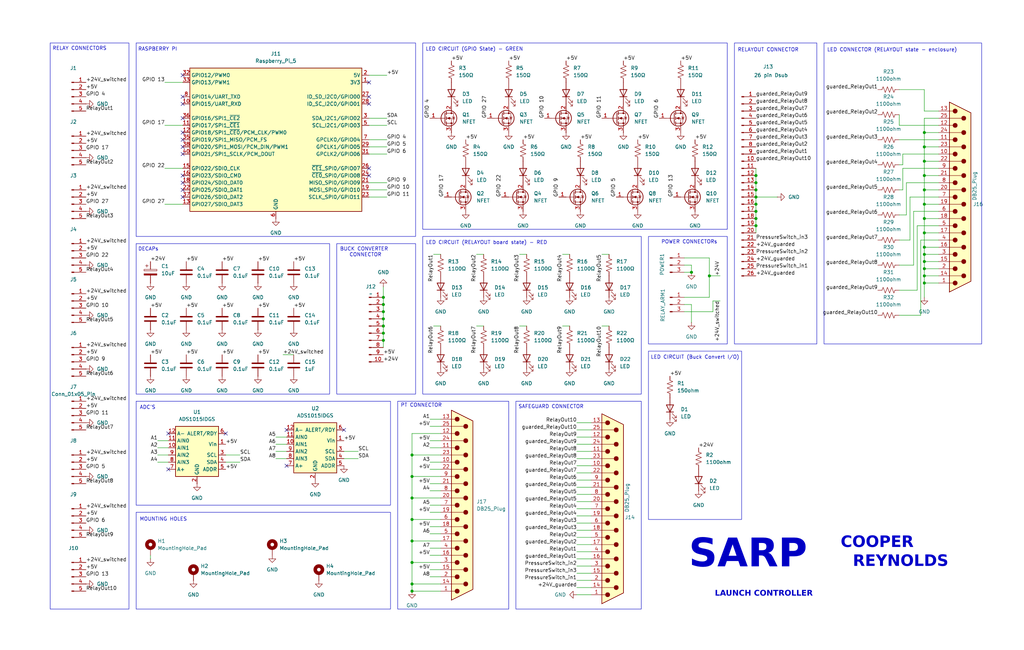
<source format=kicad_sch>
(kicad_sch (version 20231120) (generator "eeschema") (generator_version "8.0")
  (paper "User" 363 230.4)
  (junction (at 146.05 207.01))
  (junction (at 267.97 80.01))
  (junction (at 267.97 74.93))
  (junction (at 267.97 62.23))
  (junction (at 327.66 100.33))
  (junction (at 327.66 95.25))
  (junction (at 135.89 120.65))
  (junction (at 267.97 67.31))
  (junction (at 135.89 107.95))
  (junction (at 135.89 105.41))
  (junction (at 146.05 176.53))
  (junction (at 327.66 52.07))
  (junction (at 327.66 87.63))
  (junction (at 146.05 199.39))
  (junction (at 267.97 69.85))
  (junction (at 135.89 110.49))
  (junction (at 327.66 46.99))
  (junction (at 327.66 90.17))
  (junction (at 327.66 62.23))
  (junction (at 327.66 67.31))
  (junction (at 267.97 77.47))
  (junction (at 146.05 209.55))
  (junction (at 135.89 115.57))
  (junction (at 267.97 72.39))
  (junction (at 146.05 168.91))
  (junction (at 146.05 161.29))
  (junction (at 327.66 92.71))
  (junction (at 327.66 77.47))
  (junction (at 327.66 82.55))
  (junction (at 146.05 184.15))
  (junction (at 327.66 72.39))
  (junction (at 146.05 191.77))
  (junction (at 135.89 113.03))
  (junction (at 327.66 57.15))
  (junction (at 267.97 64.77))
  (junction (at 245.11 96.52))
  (junction (at 251.46 97.79))
  (junction (at 327.66 97.79))
  (junction (at 135.89 118.11))
  (no_connect (at 80.01 153.67))
  (no_connect (at 64.77 69.85))
  (no_connect (at 64.77 62.23))
  (no_connect (at 64.77 41.91))
  (no_connect (at 64.77 67.31))
  (no_connect (at 64.77 64.77))
  (no_connect (at 59.69 166.37))
  (no_connect (at 130.81 59.69))
  (no_connect (at 64.77 26.67))
  (no_connect (at 64.77 54.61))
  (no_connect (at 64.77 46.99))
  (no_connect (at 130.81 34.29))
  (no_connect (at 64.77 49.53))
  (no_connect (at 64.77 36.83))
  (no_connect (at 64.77 52.07))
  (no_connect (at 121.92 152.4))
  (no_connect (at 101.6 152.4))
  (no_connect (at 130.81 36.83))
  (no_connect (at 130.81 29.21))
  (no_connect (at 101.6 165.1))
  (no_connect (at 64.77 34.29))
  (no_connect (at 59.69 153.67))
  (no_connect (at 130.81 62.23))
  (wire (pts (xy 168.91 90.17) (xy 171.45 90.17)))
  (wire (pts (xy 97.79 157.48) (xy 101.6 157.48)))
  (wire (pts (xy 80.01 161.29) (xy 85.09 161.29)))
  (wire (pts (xy 204.47 190.5) (xy 209.55 190.5)))
  (wire (pts (xy 318.77 58.42) (xy 320.04 58.42)))
  (wire (pts (xy 327.66 97.79) (xy 332.74 97.79)))
  (wire (pts (xy 327.66 77.47) (xy 332.74 77.47)))
  (wire (pts (xy 204.47 162.56) (xy 209.55 162.56)))
  (wire (pts (xy 318.77 111.76) (xy 326.39 111.76)))
  (wire (pts (xy 327.66 46.99) (xy 332.74 46.99)))
  (wire (pts (xy 97.79 162.56) (xy 101.6 162.56)))
  (wire (pts (xy 152.4 173.99) (xy 156.21 173.99)))
  (wire (pts (xy 146.05 176.53) (xy 156.21 176.53)))
  (wire (pts (xy 327.66 87.63) (xy 327.66 90.17)))
  (wire (pts (xy 320.04 67.31) (xy 318.77 67.31)))
  (wire (pts (xy 204.47 167.64) (xy 209.55 167.64)))
  (wire (pts (xy 327.66 57.15) (xy 327.66 62.23)))
  (wire (pts (xy 321.31 64.77) (xy 332.74 64.77)))
  (wire (pts (xy 327.66 46.99) (xy 327.66 52.07)))
  (wire (pts (xy 213.36 90.17) (xy 215.9 90.17)))
  (wire (pts (xy 152.4 163.83) (xy 156.21 163.83)))
  (wire (pts (xy 251.46 97.79) (xy 251.46 105.41)))
  (wire (pts (xy 327.66 67.31) (xy 327.66 72.39)))
  (wire (pts (xy 135.89 105.41) (xy 135.89 107.95)))
  (wire (pts (xy 146.05 207.01) (xy 156.21 207.01)))
  (wire (pts (xy 318.77 85.09) (xy 322.58 85.09)))
  (wire (pts (xy 152.4 179.07) (xy 156.21 179.07)))
  (wire (pts (xy 327.66 41.91) (xy 332.74 41.91)))
  (wire (pts (xy 204.47 175.26) (xy 209.55 175.26)))
  (wire (pts (xy 325.12 102.87) (xy 325.12 80.01)))
  (wire (pts (xy 204.47 172.72) (xy 209.55 172.72)))
  (wire (pts (xy 152.4 196.85) (xy 156.21 196.85)))
  (wire (pts (xy 199.39 90.17) (xy 201.93 90.17)))
  (wire (pts (xy 332.74 54.61) (xy 320.04 54.61)))
  (wire (pts (xy 318.77 49.53) (xy 332.74 49.53)))
  (wire (pts (xy 327.66 100.33) (xy 332.74 100.33)))
  (wire (pts (xy 327.66 39.37) (xy 332.74 39.37)))
  (wire (pts (xy 204.47 200.66) (xy 209.55 200.66)))
  (wire (pts (xy 184.15 115.57) (xy 186.69 115.57)))
  (wire (pts (xy 252.73 110.49) (xy 242.57 110.49)))
  (wire (pts (xy 130.81 26.67) (xy 137.16 26.67)))
  (wire (pts (xy 152.4 181.61) (xy 156.21 181.61)))
  (wire (pts (xy 204.47 187.96) (xy 209.55 187.96)))
  (wire (pts (xy 251.46 97.79) (xy 255.27 97.79)))
  (wire (pts (xy 53.34 196.85) (xy 53.34 198.12)))
  (wire (pts (xy 327.66 39.37) (xy 327.66 31.75)))
  (wire (pts (xy 130.81 41.91) (xy 137.16 41.91)))
  (wire (pts (xy 204.47 152.4) (xy 209.55 152.4)))
  (wire (pts (xy 322.58 69.85) (xy 332.74 69.85)))
  (wire (pts (xy 152.4 151.13) (xy 156.21 151.13)))
  (wire (pts (xy 204.47 160.02) (xy 209.55 160.02)))
  (wire (pts (xy 55.88 163.83) (xy 59.69 163.83)))
  (wire (pts (xy 326.39 111.76) (xy 326.39 85.09)))
  (wire (pts (xy 199.39 115.57) (xy 201.93 115.57)))
  (wire (pts (xy 146.05 176.53) (xy 146.05 168.91)))
  (wire (pts (xy 58.42 59.69) (xy 64.77 59.69)))
  (wire (pts (xy 322.58 85.09) (xy 322.58 69.85)))
  (wire (pts (xy 146.05 161.29) (xy 156.21 161.29)))
  (wire (pts (xy 152.4 171.45) (xy 156.21 171.45)))
  (wire (pts (xy 267.97 64.77) (xy 267.97 67.31)))
  (wire (pts (xy 146.05 209.55) (xy 146.05 207.01)))
  (wire (pts (xy 323.85 93.98) (xy 323.85 74.93)))
  (wire (pts (xy 327.66 62.23) (xy 332.74 62.23)))
  (wire (pts (xy 204.47 205.74) (xy 209.55 205.74)))
  (wire (pts (xy 267.97 77.47) (xy 267.97 80.01)))
  (wire (pts (xy 146.05 168.91) (xy 156.21 168.91)))
  (wire (pts (xy 146.05 168.91) (xy 146.05 161.29)))
  (wire (pts (xy 146.05 184.15) (xy 146.05 176.53)))
  (wire (pts (xy 267.97 72.39) (xy 267.97 74.93)))
  (wire (pts (xy 204.47 180.34) (xy 209.55 180.34)))
  (wire (pts (xy 152.4 189.23) (xy 156.21 189.23)))
  (wire (pts (xy 153.67 115.57) (xy 156.21 115.57)))
  (wire (pts (xy 327.66 92.71) (xy 327.66 95.25)))
  (wire (pts (xy 55.88 158.75) (xy 59.69 158.75)))
  (wire (pts (xy 320.04 59.69) (xy 320.04 67.31)))
  (wire (pts (xy 204.47 177.8) (xy 209.55 177.8)))
  (wire (pts (xy 121.92 162.56) (xy 127 162.56)))
  (wire (pts (xy 242.57 96.52) (xy 245.11 96.52)))
  (wire (pts (xy 204.47 170.18) (xy 209.55 170.18)))
  (wire (pts (xy 318.77 44.45) (xy 332.74 44.45)))
  (wire (pts (xy 252.73 106.68) (xy 255.27 106.68)))
  (wire (pts (xy 320.04 59.69) (xy 332.74 59.69)))
  (wire (pts (xy 152.4 186.69) (xy 156.21 186.69)))
  (wire (pts (xy 146.05 191.77) (xy 146.05 184.15)))
  (wire (pts (xy 152.4 158.75) (xy 156.21 158.75)))
  (wire (pts (xy 327.66 95.25) (xy 327.66 97.79)))
  (wire (pts (xy 153.67 90.17) (xy 156.21 90.17)))
  (wire (pts (xy 146.05 184.15) (xy 156.21 184.15)))
  (wire (pts (xy 152.4 166.37) (xy 156.21 166.37)))
  (wire (pts (xy 135.89 118.11) (xy 135.89 120.65)))
  (wire (pts (xy 146.05 153.67) (xy 156.21 153.67)))
  (wire (pts (xy 327.66 57.15) (xy 332.74 57.15)))
  (wire (pts (xy 327.66 90.17) (xy 332.74 90.17)))
  (wire (pts (xy 327.66 97.79) (xy 327.66 100.33)))
  (wire (pts (xy 245.11 93.98) (xy 245.11 96.52)))
  (wire (pts (xy 204.47 157.48) (xy 209.55 157.48)))
  (wire (pts (xy 204.47 149.86) (xy 209.55 149.86)))
  (wire (pts (xy 204.47 154.94) (xy 209.55 154.94)))
  (wire (pts (xy 58.42 72.39) (xy 64.77 72.39)))
  (wire (pts (xy 204.47 193.04) (xy 209.55 193.04)))
  (wire (pts (xy 318.77 76.2) (xy 321.31 76.2)))
  (wire (pts (xy 184.15 90.17) (xy 186.69 90.17)))
  (wire (pts (xy 135.89 101.6) (xy 135.89 105.41)))
  (wire (pts (xy 152.4 194.31) (xy 156.21 194.31)))
  (wire (pts (xy 318.77 44.45) (xy 318.77 40.64)))
  (wire (pts (xy 327.66 77.47) (xy 327.66 82.55)))
  (wire (pts (xy 58.42 29.21) (xy 64.77 29.21)))
  (wire (pts (xy 97.79 154.94) (xy 101.6 154.94)))
  (wire (pts (xy 100.33 125.73) (xy 104.14 125.73)))
  (wire (pts (xy 55.88 156.21) (xy 59.69 156.21)))
  (wire (pts (xy 251.46 105.41) (xy 242.57 105.41)))
  (wire (pts (xy 137.16 54.61) (xy 130.81 54.61)))
  (wire (pts (xy 204.47 182.88) (xy 209.55 182.88)))
  (wire (pts (xy 251.46 91.44) (xy 251.46 97.79)))
  (wire (pts (xy 267.97 69.85) (xy 267.97 72.39)))
  (wire (pts (xy 146.05 209.55) (xy 156.21 209.55)))
  (wire (pts (xy 135.89 110.49) (xy 135.89 113.03)))
  (wire (pts (xy 318.77 102.87) (xy 325.12 102.87)))
  (wire (pts (xy 252.73 106.68) (xy 252.73 110.49)))
  (wire (pts (xy 267.97 69.85) (xy 275.59 69.85)))
  (wire (pts (xy 135.89 113.03) (xy 135.89 115.57)))
  (wire (pts (xy 318.77 93.98) (xy 323.85 93.98)))
  (wire (pts (xy 204.47 210.82) (xy 209.55 210.82)))
  (wire (pts (xy 267.97 80.01) (xy 267.97 82.55)))
  (wire (pts (xy 146.05 207.01) (xy 146.05 199.39)))
  (wire (pts (xy 97.79 160.02) (xy 101.6 160.02)))
  (wire (pts (xy 327.66 72.39) (xy 327.66 77.47)))
  (wire (pts (xy 146.05 199.39) (xy 156.21 199.39)))
  (wire (pts (xy 327.66 90.17) (xy 327.66 92.71)))
  (wire (pts (xy 327.66 87.63) (xy 332.74 87.63)))
  (wire (pts (xy 135.89 115.57) (xy 135.89 118.11)))
  (wire (pts (xy 327.66 62.23) (xy 327.66 67.31)))
  (wire (pts (xy 137.16 64.77) (xy 130.81 64.77)))
  (wire (pts (xy 242.57 93.98) (xy 245.11 93.98)))
  (wire (pts (xy 327.66 41.91) (xy 327.66 46.99)))
  (wire (pts (xy 326.39 85.09) (xy 332.74 85.09)))
  (wire (pts (xy 327.66 67.31) (xy 332.74 67.31)))
  (wire (pts (xy 245.11 107.95) (xy 245.11 114.3)))
  (wire (pts (xy 135.89 107.95) (xy 135.89 110.49)))
  (wire (pts (xy 130.81 44.45) (xy 137.16 44.45)))
  (wire (pts (xy 213.36 115.57) (xy 215.9 115.57)))
  (wire (pts (xy 146.05 199.39) (xy 146.05 191.77)))
  (wire (pts (xy 58.42 44.45) (xy 64.77 44.45)))
  (wire (pts (xy 137.16 52.07) (xy 130.81 52.07)))
  (wire (pts (xy 204.47 208.28) (xy 209.55 208.28)))
  (wire (pts (xy 318.77 31.75) (xy 327.66 31.75)))
  (wire (pts (xy 204.47 198.12) (xy 209.55 198.12)))
  (wire (pts (xy 168.91 115.57) (xy 171.45 115.57)))
  (wire (pts (xy 242.57 91.44) (xy 251.46 91.44)))
  (wire (pts (xy 137.16 69.85) (xy 130.81 69.85)))
  (wire (pts (xy 152.4 156.21) (xy 156.21 156.21)))
  (wire (pts (xy 242.57 107.95) (xy 245.11 107.95)))
  (wire (pts (xy 146.05 191.77) (xy 156.21 191.77)))
  (wire (pts (xy 323.85 74.93) (xy 332.74 74.93)))
  (wire (pts (xy 121.92 160.02) (xy 127 160.02)))
  (wire (pts (xy 327.66 82.55) (xy 327.66 87.63)))
  (wire (pts (xy 267.97 67.31) (xy 267.97 69.85)))
  (wire (pts (xy 325.12 80.01) (xy 332.74 80.01)))
  (wire (pts (xy 146.05 161.29) (xy 146.05 153.67)))
  (wire (pts (xy 327.66 92.71) (xy 332.74 92.71)))
  (wire (pts (xy 80.01 163.83) (xy 85.09 163.83)))
  (wire (pts (xy 327.66 82.55) (xy 332.74 82.55)))
  (wire (pts (xy 152.4 201.93) (xy 156.21 201.93)))
  (wire (pts (xy 137.16 67.31) (xy 130.81 67.31)))
  (wire (pts (xy 152.4 148.59) (xy 156.21 148.59)))
  (wire (pts (xy 204.47 185.42) (xy 209.55 185.42)))
  (wire (pts (xy 267.97 74.93) (xy 267.97 77.47)))
  (wire (pts (xy 327.66 72.39) (xy 332.74 72.39)))
  (wire (pts (xy 130.81 49.53) (xy 137.16 49.53)))
  (wire (pts (xy 327.66 95.25) (xy 332.74 95.25)))
  (wire (pts (xy 321.31 64.77) (xy 321.31 76.2)))
  (wire (pts (xy 327.66 52.07) (xy 327.66 57.15)))
  (wire (pts (xy 327.66 100.33) (xy 327.66 105.41)))
  (wire (pts (xy 267.97 59.69) (xy 267.97 62.23)))
  (wire (pts (xy 55.88 161.29) (xy 59.69 161.29)))
  (wire (pts (xy 204.47 165.1) (xy 209.55 165.1)))
  (wire (pts (xy 267.97 62.23) (xy 267.97 64.77)))
  (wire (pts (xy 327.66 52.07) (xy 332.74 52.07)))
  (wire (pts (xy 135.89 120.65) (xy 135.89 123.19)))
  (wire (pts (xy 320.04 54.61) (xy 320.04 58.42)))
  (wire (pts (xy 204.47 203.2) (xy 209.55 203.2)))
  (wire (pts (xy 152.4 204.47) (xy 156.21 204.47)))
  (wire (pts (xy 204.47 195.58) (xy 209.55 195.58)))
  (rectangle (start 48.26 181.61) (end 138.43 215.9))
  (rectangle (start 149.86 83.82) (end 227.33 139.7))
  (rectangle (start 149.86 15.24) (end 257.81 81.28))
  (rectangle (start 17.78 15.24) (end 45.72 215.9))
  (rectangle (start 229.87 83.82) (end 257.81 121.92))
  (rectangle (start 48.26 142.24) (end 138.43 179.07))
  (rectangle (start 119.38 86.36) (end 147.32 139.7))
  (rectangle (start 182.88 142.24) (end 227.33 215.9))
  (rectangle (start 260.35 15.24) (end 289.56 121.92))
  (rectangle (start 48.26 86.36) (end 116.84 139.7))
  (rectangle (start 292.1 15.24) (end 347.98 121.92))
  (rectangle (start 48.26 15.24) (end 147.32 83.82))
  (rectangle (start 229.87 124.46) (end 262.89 184.15))
  (rectangle (start 140.97 142.24) (end 180.34 215.9))
  (text "SAFEGUARD CONNECTOR" (at 195.326 144.272 0) (effects (font (size 1.27 1.27))))
  (text "LED CONNECTOR (RELAYOUT state - enclosure)" (at 316.23 17.78 0) (effects (font (size 1.27 1.27))))
  (text "LAUNCH CONTROLLER" (at 270.764 211.074 0) (effects (font (size 2 2))))
  (text "LED CIRCUIT (Buck Convert I/O)" (at 246.38 126.746 0) (effects (font (size 1.27 1.27))))
  (text "MOUNTING HOLES" (at 57.912 184.15 0) (effects (font (size 1.27 1.27))))
  (text "RELAY CONNECTORS" (at 28.194 17.272 0) (effects (font (size 1.27 1.27))))
  (text "LED CIRCUIT (GPIO State) - GREEN" (at 168.148 17.526 0) (effects (font (size 1.27 1.27))))
  (text "POWER CONNECTORs" (at 244.348 85.852 0) (effects (font (size 1.27 1.27))))
  (text "BUCK CONVERTER \nCONNECTOR" (at 129.54 89.408 0) (effects (font (size 1.27 1.27))))
  (text "SARP" (at 265.176 199.39 0) (effects (font (size 10 10))))
  (text "COOPER \n	REYNOLDS" (at 311.912 196.85 0) (effects (font (size 4 4))))
  (text "DECAPs" (at 52.578 88.392 0) (effects (font (size 1.27 1.27))))
  (text "RELAYOUT CONNECTOR" (at 272.288 17.78 0) (effects (font (size 1.27 1.27))))
  (text "RASPBERRY PI" (at 55.88 17.526 0) (effects (font (size 1.27 1.27))))
  (text "LED CIRCUIT (RELAYOUT board state) - RED" (at 172.466 86.106 0) (effects (font (size 1.27 1.27))))
  (text "ADC'S" (at 52.324 144.526 0) (effects (font (size 1.27 1.27))))
  (text "PT CONNECTOR" (at 149.352 143.764 0) (effects (font (size 1.27 1.27))))
  (label "+5V" (at 30.48 144.78 0))
  (label "GPIO 4" (at 30.48 34.29 0))
  (label "+5V" (at 135.89 125.73 0))
  (label "GPIO 22" (at 177.8 69.85 90))
  (label "guarded_RelayOut4" (at 267.97 46.99 0))
  (label "GPIO 10" (at 30.48 109.22 0))
  (label "SCL" (at 85.09 161.29 0))
  (label "RelayOut2" (at 30.48 58.42 0))
  (label "+5V" (at 241.3 21.59 0))
  (label "PressureSwitch_in2" (at 204.47 200.66 180))
  (label "+5V" (at 30.48 69.85 0))
  (label "+5V" (at 165.1 49.53 0))
  (label "RelayOut4" (at 199.39 90.17 270))
  (label "guarded_RelayOut3" (at 311.15 49.53 180))
  (label "guarded_RelayOut9" (at 204.47 157.48 180))
  (label "guarded_RelayOut4" (at 311.15 58.42 180))
  (label "GPIO 27" (at 172.72 41.91 90))
  (label "+24V" (at 247.65 158.75 0))
  (label "+24V_switched" (at 100.33 125.73 0))
  (label "PressureSwitch_in3" (at 267.97 85.09 0))
  (label "+5V" (at 91.44 92.71 0))
  (label "+5V" (at 185.42 49.53 0))
  (label "GPIO 5" (at 137.16 52.07 0))
  (label "GPIO 6" (at 233.68 41.91 90))
  (label "RelayOut6" (at 30.48 133.35 0))
  (label "+5V" (at 66.04 109.22 0))
  (label "GPIO 5" (at 30.48 166.37 0))
  (label "RelayOut5" (at 213.36 90.17 270))
  (label "GPIO 27" (at 58.42 72.39 180))
  (label "+5V" (at 30.48 31.75 0))
  (label "A3" (at 152.4 163.83 180))
  (label "RelayOut4" (at 204.47 180.34 180))
  (label "RelayOut9" (at 204.47 154.94 180))
  (label "+5V" (at 66.04 92.71 0))
  (label "+5V" (at 226.06 49.53 0))
  (label "+5V" (at 30.48 88.9 0))
  (label "PressureSwitch_in2" (at 267.97 90.17 0))
  (label "A8" (at 97.79 162.56 180))
  (label "+24V_switched" (at 30.48 123.19 0))
  (label "RelayOut6" (at 153.67 115.57 270))
  (label "A6" (at 152.4 189.23 180))
  (label "+24V_switched" (at 30.48 161.29 0))
  (label "guarded_RelayOut1" (at 204.47 198.12 180))
  (label "guarded_RelayOut1" (at 311.15 31.75 180))
  (label "+5V" (at 152.4 166.37 180))
  (label "RelayOut3" (at 204.47 185.42 180))
  (label "GPIO 5" (at 218.44 69.85 90))
  (label "guarded_RelayOut4" (at 204.47 182.88 180))
  (label "RelayOut1" (at 30.48 39.37 0))
  (label "GPIO 22" (at 58.42 59.69 180))
  (label "guarded_RelayOut2" (at 267.97 52.07 0))
  (label "GPIO 4" (at 137.16 49.53 0))
  (label "RelayOut8" (at 30.48 171.45 0))
  (label "+24V_switched" (at 30.48 48.26 0))
  (label "+5V" (at 78.74 109.22 0))
  (label "SDA" (at 127 162.56 0))
  (label "+5V" (at 104.14 109.22 0))
  (label "guarded_RelayOut3" (at 204.47 187.96 180))
  (label "+5V" (at 53.34 109.22 0))
  (label "guarded_RelayOut9" (at 311.15 102.87 180))
  (label "RelayOut3" (at 184.15 90.17 270))
  (label "GPIO 13" (at 238.76 69.85 90))
  (label "guarded_RelayOut5" (at 267.97 44.45 0))
  (label "RelayOut7" (at 168.91 115.57 270))
  (label "guarded_RelayOut7" (at 311.15 85.09 180))
  (label "guarded_RelayOut2" (at 204.47 193.04 180))
  (label "GPIO 10" (at 193.04 41.91 90))
  (label "GPIO 13" (at 58.42 29.21 180))
  (label "A5" (at 97.79 154.94 180))
  (label "+5V" (at 30.48 125.73 0))
  (label "+24V" (at 135.89 128.27 0))
  (label "GPIO 17" (at 58.42 44.45 180))
  (label "+5V" (at 104.14 92.71 0))
  (label "+5V" (at 91.44 109.22 0))
  (label "+5V" (at 152.4 151.13 180))
  (label "guarded_RelayOut10" (at 311.15 111.76 180))
  (label "guarded_RelayOut3" (at 267.97 49.53 0))
  (label "guarded_RelayOut7" (at 267.97 39.37 0))
  (label "guarded_RelayOut9" (at 267.97 34.29 0))
  (label "+5V" (at 246.38 49.53 0))
  (label "A3" (at 55.88 161.29 180))
  (label "RelayOut8" (at 184.15 115.57 270))
  (label "A6" (at 97.79 157.48 180))
  (label "GPIO 27" (at 30.48 72.39 0))
  (label "A2" (at 152.4 158.75 180))
  (label "guarded_RelayOut8" (at 267.97 36.83 0))
  (label "+5V" (at 78.74 92.71 0))
  (label "+24V_guarded" (at 204.47 208.28 180))
  (label "RelayOut5" (at 30.48 114.3 0))
  (label "+5V" (at 220.98 21.59 0))
  (label "GPIO 10" (at 137.16 67.31 0))
  (label "+5V" (at 180.34 21.59 0))
  (label "SCL" (at 127 160.02 0))
  (label "A2" (at 55.88 158.75 180))
  (label "+5V" (at 160.02 21.59 0))
  (label "+5V" (at 30.48 201.93 0))
  (label "GPIO 17" (at 157.48 69.85 90))
  (label "+5V" (at 80.01 166.37 0))
  (label "+5V" (at 121.92 156.21 0))
  (label "+5V" (at 205.74 49.53 0))
  (label "RelayOut9" (at 30.48 190.5 0))
  (label "+5V" (at 91.44 125.73 0))
  (label "RelayOut6" (at 204.47 170.18 180))
  (label "+5V" (at 152.4 201.93 180))
  (label "guarded_RelayOut5" (at 311.15 67.31 180))
  (label "+24V_guarded" (at 267.97 92.71 0))
  (label "guarded_RelayOut8" (at 311.15 93.98 180))
  (label "RelayOut2" (at 168.91 90.17 270))
  (label "+5V" (at 137.16 26.67 0))
  (label "guarded_RelayOut5" (at 204.47 177.8 180))
  (label "+24V_switched" (at 30.48 86.36 0))
  (label "+5V" (at 152.4 181.61 180))
  (label "+5V" (at 53.34 125.73 0))
  (label "+5V" (at 30.48 163.83 0))
  (label "RelayOut10" (at 213.36 115.57 270))
  (label "A1" (at 55.88 156.21 180))
  (label "PressureSwitch_in1" (at 204.47 205.74 180))
  (label "GPIO 9" (at 137.16 64.77 0))
  (label "RelayOut3" (at 30.48 77.47 0))
  (label "RelayOut1" (at 204.47 195.58 180))
  (label "GPIO 11" (at 137.16 69.85 0))
  (label "+5V" (at 30.48 182.88 0))
  (label "+5V" (at 152.4 196.85 180))
  (label "SCL" (at 137.16 44.45 0))
  (label "GPIO 17" (at 30.48 53.34 0))
  (label "+24V_switched" (at 30.48 104.14 0))
  (label "A5" (at 152.4 179.07 180))
  (label "+24V_guarded" (at 267.97 87.63 0))
  (label "GPIO 11" (at 30.48 147.32 0))
  (label "+5V" (at 200.66 21.59 0))
  (label "RelayOut7" (at 204.47 165.1 180))
  (label "GPIO 11" (at 213.36 41.91 90))
  (label "RelayOut7" (at 30.48 152.4 0))
  (label "+24V_switched" (at 255.27 106.68 270))
  (label "+5V" (at 30.48 106.68 0))
  (label "RelayOut10" (at 204.47 149.86 180))
  (label "+5V" (at 30.48 50.8 0))
  (label "guarded_RelayOut2" (at 311.15 40.64 180))
  (label "guarded_RelayOut6" (at 267.97 41.91 0))
  (label "GPIO 9" (at 30.48 128.27 0))
  (label "+24V" (at 53.34 92.71 0))
  (label "A7" (at 97.79 160.02 180))
  (label "+24V_switched" (at 30.48 67.31 0))
  (label "RelayOut2" (at 204.47 190.5 180))
  (label "guarded_RelayOut10" (at 204.47 152.4 180))
  (label "A4" (at 152.4 173.99 180))
  (label "+24V_switched" (at 30.48 29.21 0))
  (label "GPIO 9" (at 198.12 69.85 90))
  (label "+24V_switched" (at 30.48 199.39 0))
  (label "+5V" (at 78.74 125.73 0))
  (label "+5V" (at 66.04 125.73 0))
  (label "guarded_RelayOut7" (at 204.47 167.64 180))
  (label "A4" (at 55.88 163.83 180))
  (label "guarded_RelayOut6" (at 204.47 172.72 180))
  (label "GPIO 4" (at 152.4 41.91 90))
  (label "guarded_RelayOut6" (at 311.15 76.2 180))
  (label "guarded_RelayOut8" (at 204.47 162.56 180))
  (label "+5V" (at 152.4 171.45 180))
  (label "+24V_switched" (at 30.48 180.34 0))
  (label "guarded_RelayOut10" (at 267.97 57.15 0))
  (label "PressureSwitch_in3" (at 204.47 203.2 180))
  (label "+5V" (at 237.49 133.35 0))
  (label "SDA" (at 137.16 41.91 0))
  (label "GPIO 6" (at 137.16 54.61 0))
  (label "A1" (at 152.4 148.59 180))
  (label "PressureSwitch_in1" (at 267.97 95.25 0))
  (label "+24V" (at 255.27 97.79 90))
  (label "A7" (at 152.4 194.31 180))
  (label "+5V" (at 80.01 157.48 0))
  (label "RelayOut9" (at 199.39 115.57 270))
  (label "+24V_guarded" (at 267.97 97.79 0))
  (label "RelayOut8" (at 204.47 160.02 180))
  (label "GPIO 13" (at 30.48 204.47 0))
  (label "guarded_RelayOut1" (at 267.97 54.61 0))
  (label "+5V" (at 152.4 186.69 180))
  (label "RelayOut10" (at 30.48 209.55 0))
  (label "RelayOut4" (at 30.48 96.52 0))
  (label "+5V" (at 152.4 156.21 180))
  (label "+24V_switched" (at 30.48 142.24 0))
  (label "A8" (at 152.4 204.47 180))
  (label "RelayOut1" (at 153.67 90.17 270))
  (label "GPIO 22" (at 30.48 91.44 0))
  (label "SDA" (at 85.09 163.83 0))
  (label "RelayOut5" (at 204.47 175.26 180))
  (label "GPIO 6" (at 30.48 185.42 0))
  (symbol (lib_id "power:GND") (at 171.45 130.81 0) (unit 1)
    (property "Reference" "#PWR041" (effects (hide yes)))
    (property "Value" "GND" (at 171.45 135.89 0))
    (property "Description" "Power symbol creates a global label with name \"GND\" , ground" (effects (hide yes)))
  )
  (symbol (lib_id "Transistor_FET:RS9N50D") (at 243.84 69.85 0) (unit 1)
    (property "Reference" "Q10" (at 250.19 68.5799 0) (effects (justify left)))
    (property "Value" "NFET" (at 250.19 71.1199 0) (effects (justify left)))
    (property "Footprint" "Package_TO_SOT_THT:TO-220-3_Horizontal_TabDown" (effects (hide yes)))
    (property "Datasheet" "https://www.onsemi.com/download/data-sheet/pdf/ntb6412an-d.pdf" (effects (hide yes)))
  )
  (symbol (lib_id "Device:R_US") (at 201.93 119.38 0) (unit 1)
    (property "Reference" "R21" (at 204.47 118.1099 0) (effects (justify left)))
    (property "Value" "1100Ω" (at 204.47 120.6499 0) (effects (justify left)))
    (property "Footprint" "Resistor_THT:R_Axial_DIN0207_L6.3mm_D2.5mm_P7.62mm_Horizontal" (effects (hide yes)))
    (property "Datasheet" "https://www.mouser.com/datasheet/2/418/8/ENG_DS_1773241_G-3045545.pdf" (effects (hide yes)))
    (property "Description" "Resistor, US symbol" (effects (hide yes)))
  )
  (symbol (lib_id "Transistor_FET:RS9N50D") (at 182.88 69.85 0) (unit 1)
    (property "Reference" "Q4" (at 189.23 68.5799 0) (effects (justify left)))
    (property "Value" "NFET" (at 189.23 71.1199 0) (effects (justify left)))
    (property "Footprint" "Package_TO_SOT_THT:TO-220-3_Horizontal_TabDown" (effects (hide yes)))
    (property "Datasheet" "https://www.onsemi.com/download/data-sheet/pdf/ntb6412an-d.pdf" (effects (hide yes)))
  )
  (symbol (lib_id "Device:C") (at 66.04 113.03 0) (unit 1)
    (property "Reference" "C5" (at 69.85 111.7599 0) (effects (justify left)))
    (property "Value" "0.1uF" (at 69.85 114.2999 0) (effects (justify left)))
    (property "Footprint" "Capacitor_THT:C_Disc_D5.1mm_W3.2mm_P5.00mm" (effects (hide yes)))
    (property "Datasheet" "https://www.mouser.com/datasheet/2/447/KEM_C1050_GOLDMAX_X7R-3316381.pdf" (effects (hide yes)))
    (property "Description" "Unpolarized capacitor" (effects (hide yes)))
  )
  (symbol (lib_id "Device:C") (at 78.74 113.03 0) (unit 1)
    (property "Reference" "C8" (at 82.55 111.7599 0) (effects (justify left)))
    (property "Value" "0.1uF" (at 82.55 114.2999 0) (effects (justify left)))
    (property "Footprint" "Capacitor_THT:C_Disc_D5.1mm_W3.2mm_P5.00mm" (effects (hide yes)))
    (property "Datasheet" "https://www.mouser.com/datasheet/2/447/KEM_C1050_GOLDMAX_X7R-3316381.pdf" (effects (hide yes)))
    (property "Description" "Unpolarized capacitor" (effects (hide yes)))
  )
  (symbol (lib_id "Device:R_US") (at 180.34 25.4 0) (unit 1)
    (property "Reference" "R5" (at 182.88 24.1299 0) (effects (justify left)))
    (property "Value" "150Ω" (at 182.88 26.6699 0) (effects (justify left)))
    (property "Footprint" "Resistor_THT:R_Axial_DIN0411_L9.9mm_D3.6mm_P12.70mm_Horizontal" (effects (hide yes)))
    (property "Datasheet" "https://www.vishay.com/docs/31027/cmfmil.pdf" (effects (hide yes)))
    (property "Description" "Resistor, US symbol" (effects (hide yes)))
  )
  (symbol (lib_id "Device:R_US") (at 165.1 53.34 0) (unit 1)
    (property "Reference" "R4" (at 167.64 52.0699 0) (effects (justify left)))
    (property "Value" "150Ω" (at 167.64 54.6099 0) (effects (justify left)))
    (property "Footprint" "Resistor_THT:R_Axial_DIN0411_L9.9mm_D3.6mm_P12.70mm_Horizontal" (effects (hide yes)))
    (property "Datasheet" "https://www.vishay.com/docs/31027/cmfmil.pdf" (effects (hide yes)))
    (property "Description" "Resistor, US symbol" (effects (hide yes)))
  )
  (symbol (lib_id "Device:R_US") (at 314.96 93.98 90) (unit 1)
    (property "Reference" "R30" (at 314.96 87.63 90))
    (property "Value" "1100ohm" (at 314.96 90.17 90))
    (property "Footprint" "Resistor_THT:R_Axial_DIN0207_L6.3mm_D2.5mm_P7.62mm_Horizontal" (effects (hide yes)))
    (property "Datasheet" "https://www.mouser.com/datasheet/2/418/8/ENG_DS_1773241_G-3045545.pdf" (effects (hide yes)))
    (property "Description" "Resistor, US symbol" (effects (hide yes)))
  )
  (symbol (lib_id "power:GND") (at 237.49 148.59 0) (unit 1)
    (property "Reference" "#PWR055" (effects (hide yes)))
    (property "Value" "GND" (at 237.49 153.67 0))
    (property "Description" "Power symbol creates a global label with name \"GND\" , ground" (effects (hide yes)))
  )
  (symbol (lib_id "Device:LED") (at 247.65 170.18 90) (unit 1)
    (property "Reference" "D2" (at 251.46 170.4974 90) (effects (justify right)))
    (property "Value" "LED" (at 251.46 173.0374 90) (effects (justify right)))
    (property "Footprint" "LED_THT:LED_D3.0mm" (effects (hide yes)))
    (property "Datasheet" "https://www.mouser.com/datasheet/2/678/av02_1664en_ds_hlmp_yxxx_2014_07_26-1827951.pdf" (effects (hide yes)))
    (property "Description" "Green LED" (effects (hide yes)))
  )
  (symbol (lib_name "ADS1015IDGS_1") (lib_id "Analog_ADC:ADS1015IDGS") (at 69.85 161.29 0) (unit 1)
    (property "Reference" "U1" (at 69.85 146.05 0))
    (property "Value" "ADS1015IDGS" (at 69.85 148.59 0))
    (property "Footprint" "SARP:ADS1015" (effects (hide yes)))
    (property "Datasheet" "http://www.ti.com/lit/ds/symlink/ads1015.pdf" (effects (hide yes)))
    (property "Description" "Ultra-Small, Low-Power, I2C-Compatible, 3.3-kSPS, 12-Bit ADCs With Internal Reference, Oscillator, and Programmable Comparator, VSSOP-10" (effects (hide yes)))
  )
  (symbol (lib_id "Transistor_FET:RS9N50D") (at 198.12 41.91 0) (unit 1)
    (property "Reference" "Q5" (at 204.47 40.6399 0) (effects (justify left)))
    (property "Value" "NFET" (at 204.47 43.1799 0) (effects (justify left)))
    (property "Footprint" "Package_TO_SOT_THT:TO-220-3_Horizontal_TabDown" (effects (hide yes)))
    (property "Datasheet" "https://www.onsemi.com/download/data-sheet/pdf/ntb6412an-d.pdf" (effects (hide yes)))
  )
  (symbol (lib_id "power:GND") (at 53.34 116.84 0) (unit 1)
    (property "Reference" "#PWR012" (effects (hide yes)))
    (property "Value" "GND" (at 53.34 121.92 0))
    (property "Description" "Power symbol creates a global label with name \"GND\" , ground" (effects (hide yes)))
  )
  (symbol (lib_id "power:GND") (at 66.04 100.33 0) (unit 1)
    (property "Reference" "#PWR015" (effects (hide yes)))
    (property "Value" "GND" (at 66.04 105.41 0))
    (property "Description" "Power symbol creates a global label with name \"GND\" , ground" (effects (hide yes)))
  )
  (symbol (lib_id "Device:LED") (at 201.93 101.6 90) (unit 1)
    (property "Reference" "D16" (at 205.74 101.9174 90) (effects (justify right)))
    (property "Value" "LED" (at 205.74 104.4574 90) (effects (justify right)))
    (property "Footprint" "LED_THT:LED_D4.0mm" (effects (hide yes)))
    (property "Datasheet" "https://www.mouser.com/datasheet/2/678/av02_1664en_ds_hlmp_yxxx_2014_07_26-1827951.pdf" (effects (hide yes)))
    (property "Description" "Red LED" (effects (hide yes)))
  )
  (symbol (lib_id "Device:C") (at 66.04 96.52 0) (unit 1)
    (property "Reference" "C4" (at 69.85 95.2499 0) (effects (justify left)))
    (property "Value" "0.1uF" (at 69.85 97.7899 0) (effects (justify left)))
    (property "Footprint" "Capacitor_THT:C_Disc_D5.1mm_W3.2mm_P5.00mm" (effects (hide yes)))
    (property "Datasheet" "https://www.mouser.com/datasheet/2/447/KEM_C1050_GOLDMAX_X7R-3316381.pdf" (effects (hide yes)))
    (property "Description" "Unpolarized capacitor" (effects (hide yes)))
  )
  (symbol (lib_id "Device:C_Polarized") (at 53.34 96.52 0) (unit 1)
    (property "Reference" "C1" (at 57.15 94.3609 0) (effects (justify left)))
    (property "Value" "10uF" (at 57.15 96.9009 0) (effects (justify left)))
    (property "Footprint" "Capacitor_THT:CP_Radial_D6.3mm_P2.50mm" (effects (hide yes)))
    (property "Datasheet" "https://www.we-online.com/components/products/datasheet/870585873001.pdf" (effects (hide yes)))
    (property "Description" "Polarized capacitor" (effects (hide yes)))
  )
  (symbol (lib_id "Device:R_US") (at 314.96 31.75 90) (unit 1)
    (property "Reference" "R23" (at 314.96 25.4 90))
    (property "Value" "1100ohm" (at 314.96 27.94 90))
    (property "Footprint" "Resistor_THT:R_Axial_DIN0207_L6.3mm_D2.5mm_P7.62mm_Horizontal" (effects (hide yes)))
    (property "Datasheet" "https://www.mouser.com/datasheet/2/418/8/ENG_DS_1773241_G-3045545.pdf" (effects (hide yes)))
    (property "Description" "Resistor, US symbol" (effects (hide yes)))
  )
  (symbol (lib_id "Device:R_US") (at 314.96 40.64 90) (unit 1)
    (property "Reference" "R24" (at 314.96 34.29 90))
    (property "Value" "1100ohm" (at 314.96 36.83 90))
    (property "Footprint" "Resistor_THT:R_Axial_DIN0207_L6.3mm_D2.5mm_P7.62mm_Horizontal" (effects (hide yes)))
    (property "Datasheet" "https://www.mouser.com/datasheet/2/418/8/ENG_DS_1773241_G-3045545.pdf" (effects (hide yes)))
    (property "Description" "Resistor, US symbol" (effects (hide yes)))
  )
  (symbol (lib_id "Device:R_US") (at 171.45 119.38 0) (unit 1)
    (property "Reference" "R19" (at 173.99 118.1099 0) (effects (justify left)))
    (property "Value" "1100Ω" (at 173.99 120.6499 0) (effects (justify left)))
    (property "Footprint" "Resistor_THT:R_Axial_DIN0207_L6.3mm_D2.5mm_P7.62mm_Horizontal" (effects (hide yes)))
    (property "Datasheet" "https://www.mouser.com/datasheet/2/418/8/ENG_DS_1773241_G-3045545.pdf" (effects (hide yes)))
    (property "Description" "Resistor, US symbol" (effects (hide yes)))
  )
  (symbol (lib_id "power:GND") (at 186.69 130.81 0) (unit 1)
    (property "Reference" "#PWR045" (effects (hide yes)))
    (property "Value" "GND" (at 186.69 135.89 0))
    (property "Description" "Power symbol creates a global label with name \"GND\" , ground" (effects (hide yes)))
  )
  (symbol (lib_id "power:GND") (at 53.34 100.33 0) (unit 1)
    (property "Reference" "#PWR011" (effects (hide yes)))
    (property "Value" "GND" (at 53.34 105.41 0))
    (property "Description" "Power symbol creates a global label with name \"GND\" , ground" (effects (hide yes)))
  )
  (symbol (lib_id "Connector:DB25_Plug") (at 217.17 180.34 0) (unit 1)
    (property "Reference" "J14" (at 221.488 183.388 0) (effects (justify left)))
    (property "Value" "DB25_Plug" (at 222.25 181.6099 90) (effects (justify left)))
    (property "Footprint" "Connector_Dsub_ import:DSUB-25_Female_Horizontal_P2.77x2.84mm_EdgePinOffset7.70mm_Housed_MountingHolesOffset9.12mm" (effects (hide yes)))
    (property "Datasheet" "https://mm.digikey.com/Volume0/opasdata/d220001/medias/docus/38/XM3_XM2S_Rev0113_ds.pdf" (effects (hide yes)))
    (property "Description" "25-pin male plug pin D-SUB connector" (effects (hide yes)))
  )
  (symbol (lib_id "power:GND") (at 156.21 130.81 0) (unit 1)
    (property "Reference" "#PWR037" (effects (hide yes)))
    (property "Value" "GND" (at 156.21 135.89 0))
    (property "Description" "Power symbol creates a global label with name \"GND\" , ground" (effects (hide yes)))
  )
  (symbol (lib_id "Device:R_US") (at 205.74 53.34 0) (unit 1)
    (property "Reference" "R8" (at 208.28 52.0699 0) (effects (justify left)))
    (property "Value" "150Ω" (at 208.28 54.6099 0) (effects (justify left)))
    (property "Footprint" "Resistor_THT:R_Axial_DIN0411_L9.9mm_D3.6mm_P12.70mm_Horizontal" (effects (hide yes)))
    (property "Datasheet" "https://www.vishay.com/docs/31027/cmfmil.pdf" (effects (hide yes)))
    (property "Description" "Resistor, US symbol" (effects (hide yes)))
  )
  (symbol (lib_id "power:GND") (at 68.58 205.74 0) (unit 1)
    (property "Reference" "#PWR018" (effects (hide yes)))
    (property "Value" "GND" (at 68.58 210.82 0))
    (property "Description" "Power symbol creates a global label with name \"GND\" , ground" (effects (hide yes)))
  )
  (symbol (lib_id "Connector:Conn_01x10_Pin") (at 130.81 115.57 0) (unit 1)
    (property "Reference" "J12" (at 131.445 101.6 0))
    (property "Value" "~" (at 131.445 104.14 0))
    (property "Footprint" "launch_controller:BuckConverter Connector" (effects (hide yes)))
    (property "Datasheet" "https://www.digikey.com/en/products/detail/preci-dip/310-87-110-41-001101/3757349" (effects (hide yes)))
  )
  (symbol (lib_id "power:GND") (at 275.59 69.85 90) (unit 1)
    (property "Reference" "#PWR035" (effects (hide yes)))
    (property "Value" "GND" (at 279.4 69.8499 90) (effects (justify right)))
    (property "Description" "Power symbol creates a global label with name \"GND\" , ground" (effects (hide yes)))
  )
  (symbol (lib_id "Connector:Conn_01x03_Pin") (at 237.49 93.98 0) (unit 1)
    (property "Reference" "POWER1" (at 234.696 93.726 90))
    (property "Value" "Conn_01x03_Pin" (effects (hide yes)))
    (property "Footprint" "launch_controller:684M3W3203L461" (effects (hide yes)))
    (property "Datasheet" "https://content.norcomp.net/rohspdfs/PowerD-ComboD/M-SERIES/684M/684M3W3203L461.pdf" (effects (hide yes)))
    (property "Description" "Norcomp High amp 3 pin" (effects (hide yes)))
  )
  (symbol (lib_id "Device:C") (at 104.14 96.52 0) (unit 1)
    (property "Reference" "C13" (at 107.95 95.2499 0) (effects (justify left)))
    (property "Value" "0.1uF" (at 107.95 97.7899 0) (effects (justify left)))
    (property "Footprint" "Capacitor_THT:C_Disc_D5.1mm_W3.2mm_P5.00mm" (effects (hide yes)))
    (property "Datasheet" "https://www.mouser.com/datasheet/2/447/KEM_C1050_GOLDMAX_X7R-3316381.pdf" (effects (hide yes)))
    (property "Description" "Unpolarized capacitor" (effects (hide yes)))
  )
  (symbol (lib_id "power:GND") (at 156.21 105.41 0) (unit 1)
    (property "Reference" "#PWR036" (effects (hide yes)))
    (property "Value" "GND" (at 156.21 110.49 0))
    (property "Description" "Power symbol creates a global label with name \"GND\" , ground" (effects (hide yes)))
  )
  (symbol (lib_id "power:GND") (at 247.65 173.99 0) (unit 1)
    (property "Reference" "#PWR060" (effects (hide yes)))
    (property "Value" "GND" (at 247.65 179.07 0))
    (property "Description" "Power symbol creates a global label with name \"GND\" , ground" (effects (hide yes)))
  )
  (symbol (lib_id "power:GND") (at 53.34 198.12 0) (unit 1)
    (property "Reference" "#PWR014" (effects (hide yes)))
    (property "Value" "GND" (at 53.34 203.2 0))
    (property "Description" "Power symbol creates a global label with name \"GND\" , ground" (effects (hide yes)))
  )
  (symbol (lib_id "Device:LED") (at 171.45 127 90) (unit 1)
    (property "Reference" "D19" (at 175.26 127.3174 90) (effects (justify right)))
    (property "Value" "LED" (at 175.26 129.8574 90) (effects (justify right)))
    (property "Footprint" "LED_THT:LED_D4.0mm" (effects (hide yes)))
    (property "Datasheet" "https://www.mouser.com/datasheet/2/678/av02_1664en_ds_hlmp_yxxx_2014_07_26-1827951.pdf" (effects (hide yes)))
    (property "Description" "Red LED" (effects (hide yes)))
  )
  (symbol (lib_id "Device:R_US") (at 220.98 25.4 0) (unit 1)
    (property "Reference" "R9" (at 223.52 24.1299 0) (effects (justify left)))
    (property "Value" "150Ω" (at 223.52 26.6699 0) (effects (justify left)))
    (property "Footprint" "Resistor_THT:R_Axial_DIN0411_L9.9mm_D3.6mm_P12.70mm_Horizontal" (effects (hide yes)))
    (property "Datasheet" "https://www.vishay.com/docs/31027/cmfmil.pdf" (effects (hide yes)))
    (property "Description" "Resistor, US symbol" (effects (hide yes)))
  )
  (symbol (lib_id "power:GND") (at 121.92 165.1 0) (unit 1)
    (property "Reference" "#PWR033" (effects (hide yes)))
    (property "Value" "GND" (at 121.92 170.18 0))
    (property "Description" "Power symbol creates a global label with name \"GND\" , ground" (effects (hide yes)))
  )
  (symbol (lib_id "Connector:Conn_01x05_Pin") (at 25.4 204.47 0) (unit 1)
    (property "Reference" "J10" (at 26.035 194.31 0))
    (property "Value" "Conn_01x05_Pin" (effects (hide yes)))
    (property "Footprint" "launch_controller:Relay Connector" (effects (hide yes)))
    (property "Datasheet" "https://www.digikey.com/en/products/detail/preci-dip/310-87-105-41-001101/3757349" (effects (hide yes)))
    (property "Description" "Generic connector, single row, 01x05, script generated" (effects (hide yes)))
  )
  (symbol (lib_id "Device:R_US") (at 171.45 93.98 0) (unit 1)
    (property "Reference" "R14" (at 173.99 92.7099 0) (effects (justify left)))
    (property "Value" "1100Ω" (at 173.99 95.2499 0) (effects (justify left)))
    (property "Footprint" "Resistor_THT:R_Axial_DIN0207_L6.3mm_D2.5mm_P7.62mm_Horizontal" (effects (hide yes)))
    (property "Datasheet" "https://www.mouser.com/datasheet/2/418/8/ENG_DS_1773241_G-3045545.pdf" (effects (hide yes)))
    (property "Description" "Resistor, US symbol" (effects (hide yes)))
  )
  (symbol (lib_id "Device:C") (at 91.44 96.52 0) (unit 1)
    (property "Reference" "C10" (at 95.25 95.2499 0) (effects (justify left)))
    (property "Value" "0.1uF" (at 95.25 97.7899 0) (effects (justify left)))
    (property "Footprint" "Capacitor_THT:C_Disc_D5.1mm_W3.2mm_P5.00mm" (effects (hide yes)))
    (property "Datasheet" "https://www.mouser.com/datasheet/2/447/KEM_C1050_GOLDMAX_X7R-3316381.pdf" (effects (hide yes)))
    (property "Description" "Unpolarized capacitor" (effects (hide yes)))
  )
  (symbol (lib_id "Device:R_US") (at 314.96 76.2 90) (unit 1)
    (property "Reference" "R28" (at 314.96 69.85 90))
    (property "Value" "1100ohm" (at 314.96 72.39 90))
    (property "Footprint" "Resistor_THT:R_Axial_DIN0207_L6.3mm_D2.5mm_P7.62mm_Horizontal" (effects (hide yes)))
    (property "Datasheet" "https://www.mouser.com/datasheet/2/418/8/ENG_DS_1773241_G-3045545.pdf" (effects (hide yes)))
    (property "Description" "Resistor, US symbol" (effects (hide yes)))
  )
  (symbol (lib_id "Device:R_US") (at 185.42 53.34 0) (unit 1)
    (property "Reference" "R6" (at 187.96 52.0699 0) (effects (justify left)))
    (property "Value" "150Ω" (at 187.96 54.6099 0) (effects (justify left)))
    (property "Footprint" "Resistor_THT:R_Axial_DIN0411_L9.9mm_D3.6mm_P12.70mm_Horizontal" (effects (hide yes)))
    (property "Datasheet" "https://www.vishay.com/docs/31027/cmfmil.pdf" (effects (hide yes)))
    (property "Description" "Resistor, US symbol" (effects (hide yes)))
  )
  (symbol (lib_id "Device:LED") (at 200.66 33.02 90) (unit 1)
    (property "Reference" "D7" (at 204.47 33.3374 90) (effects (justify right)))
    (property "Value" "LED" (at 204.47 35.8774 90) (effects (justify right)))
    (property "Footprint" "LED_THT:LED_D3.0mm" (effects (hide yes)))
    (property "Datasheet" "https://www.mouser.com/datasheet/2/678/av02_1664en_ds_hlmp_yxxx_2014_07_26-1827951.pdf" (effects (hide yes)))
    (property "Description" "Green LED" (effects (hide yes)))
  )
  (symbol (lib_id "Device:R_US") (at 160.02 25.4 0) (unit 1)
    (property "Reference" "R3" (at 162.56 24.1299 0) (effects (justify left)))
    (property "Value" "150Ω" (at 162.56 26.6699 0) (effects (justify left)))
    (property "Footprint" "Resistor_THT:R_Axial_DIN0411_L9.9mm_D3.6mm_P12.70mm_Horizontal" (effects (hide yes)))
    (property "Datasheet" "https://www.vishay.com/docs/31027/cmfmil.pdf" (effects (hide yes)))
    (property "Description" "Resistor, US symbol" (effects (hide yes)))
  )
  (symbol (lib_id "power:GND") (at 135.89 101.6 180) (unit 1)
    (property "Reference" "#PWR034" (effects (hide yes)))
    (property "Value" "GND" (at 135.89 96.52 0))
    (property "Description" "Power symbol creates a global label with name \"GND\" , ground" (effects (hide yes)))
  )
  (symbol (lib_id "Device:R_US") (at 247.65 162.56 0) (unit 1)
    (property "Reference" "R2" (at 250.19 161.2899 0) (effects (justify left)))
    (property "Value" "1100ohm" (at 250.19 163.8299 0) (effects (justify left)))
    (property "Footprint" "Resistor_THT:R_Axial_DIN0207_L6.3mm_D2.5mm_P7.62mm_Horizontal" (effects (hide yes)))
    (property "Datasheet" "https://www.mouser.com/datasheet/2/418/8/ENG_DS_1773241_G-3045545.pdf" (effects (hide yes)))
    (property "Description" "Resistor, US symbol" (effects (hide yes)))
  )
  (symbol (lib_id "Connector:Conn_01x05_Pin") (at 25.4 166.37 0) (unit 1)
    (property "Reference" "J8" (at 26.035 156.21 0))
    (property "Value" "Conn_01x05_Pin" (effects (hide yes)))
    (property "Footprint" "launch_controller:Relay Connector" (effects (hide yes)))
    (property "Datasheet" "https://www.digikey.com/en/products/detail/preci-dip/310-87-105-41-001101/3757349" (effects (hide yes)))
    (property "Description" "Generic connector, single row, 01x05, script generated" (effects (hide yes)))
  )
  (symbol (lib_id "Device:R_US") (at 314.96 49.53 90) (unit 1)
    (property "Reference" "R25" (at 314.96 43.18 90))
    (property "Value" "1100ohm" (at 314.96 45.72 90))
    (property "Footprint" "Resistor_THT:R_Axial_DIN0207_L6.3mm_D2.5mm_P7.62mm_Horizontal" (effects (hide yes)))
    (property "Datasheet" "https://www.mouser.com/datasheet/2/418/8/ENG_DS_1773241_G-3045545.pdf" (effects (hide yes)))
    (property "Description" "Resistor, US symbol" (effects (hide yes)))
  )
  (symbol (lib_id "Connector:Conn_01x05_Pin") (at 25.4 147.32 0) (unit 1)
    (property "Reference" "J7" (at 26.035 137.16 0))
    (property "Value" "Conn_01x05_Pin" (at 26.035 139.7 0))
    (property "Footprint" "launch_controller:Relay Connector" (effects (hide yes)))
    (property "Datasheet" "https://www.digikey.com/en/products/detail/preci-dip/310-87-105-41-001101/3757349" (effects (hide yes)))
    (property "Description" "Generic connector, single row, 01x05, script generated" (effects (hide yes)))
  )
  (symbol (lib_id "Connector:DB25_Plug") (at 163.83 179.07 0) (unit 1)
    (property "Reference" "J17" (at 168.91 177.7999 0) (effects (justify left)))
    (property "Value" "DB25_Plug" (at 168.91 180.3399 0) (effects (justify left)))
    (property "Footprint" "Connector_Dsub_ import:DSUB-25_Female_Horizontal_P2.77x2.84mm_EdgePinOffset7.70mm_Housed_MountingHolesOffset9.12mm" (effects (hide yes)))
    (property "Datasheet" "https://mm.digikey.com/Volume0/opasdata/d220001/medias/docus/38/XM3_XM2S_Rev0113_ds.pdf" (effects (hide yes)))
    (property "Description" "25-pin male plug pin D-SUB connector" (effects (hide yes)))
  )
  (symbol (lib_id "Device:LED") (at 171.45 101.6 90) (unit 1)
    (property "Reference" "D14" (at 175.26 101.9174 90) (effects (justify right)))
    (property "Value" "LED" (at 175.26 104.4574 90) (effects (justify right)))
    (property "Footprint" "LED_THT:LED_D4.0mm" (effects (hide yes)))
    (property "Datasheet" "https://www.mouser.com/datasheet/2/678/av02_1664en_ds_hlmp_yxxx_2014_07_26-1827951.pdf" (effects (hide yes)))
    (property "Description" "Red LED" (effects (hide yes)))
  )
  (symbol (lib_id "Device:R_US") (at 246.38 53.34 0) (unit 1)
    (property "Reference" "R12" (at 248.92 52.0699 0) (effects (justify left)))
    (property "Value" "150Ω" (at 248.92 54.6099 0) (effects (justify left)))
    (property "Footprint" "Resistor_THT:R_Axial_DIN0411_L9.9mm_D3.6mm_P12.70mm_Horizontal" (effects (hide yes)))
    (property "Datasheet" "https://www.vishay.com/docs/31027/cmfmil.pdf" (effects (hide yes)))
    (property "Description" "Resistor, US symbol" (effects (hide yes)))
  )
  (symbol (lib_id "Connector:Conn_01x05_Pin") (at 25.4 53.34 0) (unit 1)
    (property "Reference" "J2" (at 26.035 43.18 0))
    (property "Value" "Conn_01x05_Pin" (effects (hide yes)))
    (property "Footprint" "launch_controller:Relay Connector" (effects (hide yes)))
    (property "Datasheet" "https://www.digikey.com/en/products/detail/preci-dip/310-87-105-41-001101/3757349" (effects (hide yes)))
    (property "Description" "Generic connector, single row, 01x05, script generated" (effects (hide yes)))
  )
  (symbol (lib_id "Transistor_FET:RS9N50D") (at 238.76 41.91 0) (unit 1)
    (property "Reference" "Q9" (at 245.11 40.6399 0) (effects (justify left)))
    (property "Value" "NFET" (at 245.11 43.1799 0) (effects (justify left)))
    (property "Footprint" "Package_TO_SOT_THT:TO-220-3_Horizontal_TabDown" (effects (hide yes)))
    (property "Datasheet" "https://www.onsemi.com/download/data-sheet/pdf/ntb6412an-d.pdf" (effects (hide yes)))
  )
  (symbol (lib_id "power:GND") (at 111.76 170.18 0) (unit 1)
    (property "Reference" "#PWR031" (effects (hide yes)))
    (property "Value" "GND" (at 111.76 175.26 0))
    (property "Description" "Power symbol creates a global label with name \"GND\" , ground" (effects (hide yes)))
  )
  (symbol (lib_id "Device:LED") (at 165.1 60.96 90) (unit 1)
    (property "Reference" "D4" (at 168.91 61.2774 90) (effects (justify right)))
    (property "Value" "LED" (at 168.91 63.8174 90) (effects (justify right)))
    (property "Footprint" "LED_THT:LED_D3.0mm" (effects (hide yes)))
    (property "Datasheet" "https://www.mouser.com/datasheet/2/678/av02_1664en_ds_hlmp_yxxx_2014_07_26-1827951.pdf" (effects (hide yes)))
    (property "Description" "Green LED" (effects (hide yes)))
  )
  (symbol (lib_id "power:GND") (at 186.69 105.41 0) (unit 1)
    (property "Reference" "#PWR044" (effects (hide yes)))
    (property "Value" "GND" (at 186.69 110.49 0))
    (property "Description" "Power symbol creates a global label with name \"GND\" , ground" (effects (hide yes)))
  )
  (symbol (lib_id "Device:R_US") (at 200.66 25.4 0) (unit 1)
    (property "Reference" "R7" (at 203.2 24.1299 0) (effects (justify left)))
    (property "Value" "150Ω" (at 203.2 26.6699 0) (effects (justify left)))
    (property "Footprint" "Resistor_THT:R_Axial_DIN0411_L9.9mm_D3.6mm_P12.70mm_Horizontal" (effects (hide yes)))
    (property "Datasheet" "https://www.vishay.com/docs/31027/cmfmil.pdf" (effects (hide yes)))
    (property "Description" "Resistor, US symbol" (effects (hide yes)))
  )
  (symbol (lib_id "Mechanical:MountingHole_Pad") (at 96.52 194.31 0) (unit 1) (exclude_from_sim yes) (in_bom no)
    (property "Reference" "H3" (at 99.06 191.7699 0) (effects (justify left)))
    (property "Value" "MountingHole_Pad" (at 99.06 194.3099 0) (effects (justify left)))
    (property "Footprint" "MountingHole:MountingHole_3.7mm_Pad" (effects (hide yes)))
    (property "Description" "Mounting Hole with connection" (effects (hide yes)))
  )
  (symbol (lib_id "Connector:Conn_01x05_Pin") (at 25.4 72.39 0) (unit 1)
    (property "Reference" "J3" (at 26.035 62.23 0))
    (property "Value" "Conn_01x05_Pin" (effects (hide yes)))
    (property "Footprint" "launch_controller:Relay Connector" (effects (hide yes)))
    (property "Datasheet" "https://www.digikey.com/en/products/detail/preci-dip/310-87-105-41-001101/3757349" (effects (hide yes)))
    (property "Description" "Generic connector, single row, 01x05, script generated" (effects (hide yes)))
  )
  (symbol (lib_id "Device:LED") (at 201.93 127 90) (unit 1)
    (property "Reference" "D21" (at 205.74 127.3174 90) (effects (justify right)))
    (property "Value" "LED" (at 205.74 129.8574 90) (effects (justify right)))
    (property "Footprint" "LED_THT:LED_D4.0mm" (effects (hide yes)))
    (property "Datasheet" "https://www.mouser.com/datasheet/2/678/av02_1664en_ds_hlmp_yxxx_2014_07_26-1827951.pdf" (effects (hide yes)))
    (property "Description" "Red LED" (effects (hide yes)))
  )
  (symbol (lib_id "power:GND") (at 205.74 74.93 0) (unit 1)
    (property "Reference" "#PWR050" (effects (hide yes)))
    (property "Value" "GND" (at 205.74 80.01 0))
    (property "Description" "Power symbol creates a global label with name \"GND\" , ground" (effects (hide yes)))
  )
  (symbol (lib_id "Device:R_US") (at 186.69 119.38 0) (unit 1)
    (property "Reference" "R20" (at 189.23 118.1099 0) (effects (justify left)))
    (property "Value" "1100Ω" (at 189.23 120.6499 0) (effects (justify left)))
    (property "Footprint" "Resistor_THT:R_Axial_DIN0207_L6.3mm_D2.5mm_P7.62mm_Horizontal" (effects (hide yes)))
    (property "Datasheet" "https://www.mouser.com/datasheet/2/418/8/ENG_DS_1773241_G-3045545.pdf" (effects (hide yes)))
    (property "Description" "Resistor, US symbol" (effects (hide yes)))
  )
  (symbol (lib_id "Device:R_US") (at 314.96 102.87 90) (unit 1)
    (property "Reference" "R31" (at 314.96 96.52 90))
    (property "Value" "1100ohm" (at 314.96 99.06 90))
    (property "Footprint" "Resistor_THT:R_Axial_DIN0207_L6.3mm_D2.5mm_P7.62mm_Horizontal" (effects (hide yes)))
    (property "Datasheet" "https://www.mouser.com/datasheet/2/418/8/ENG_DS_1773241_G-3045545.pdf" (effects (hide yes)))
    (property "Description" "Resistor, US symbol" (effects (hide yes)))
  )
  (symbol (lib_id "Device:R_US") (at 215.9 93.98 0) (unit 1)
    (property "Reference" "R17" (at 218.44 92.7099 0) (effects (justify left)))
    (property "Value" "1100Ω" (at 218.44 95.2499 0) (effects (justify left)))
    (property "Footprint" "Resistor_THT:R_Axial_DIN0207_L6.3mm_D2.5mm_P7.62mm_Horizontal" (effects (hide yes)))
    (property "Datasheet" "https://www.mouser.com/datasheet/2/418/8/ENG_DS_1773241_G-3045545.pdf" (effects (hide yes)))
    (property "Description" "Resistor, US symbol" (effects (hide yes)))
  )
  (symbol (lib_id "Transistor_FET:RS9N50D") (at 157.48 41.91 0) (unit 1)
    (property "Reference" "Q1" (at 163.83 40.6399 0) (effects (justify left)))
    (property "Value" "NFET" (at 163.83 43.1799 0) (effects (justify left)))
    (property "Footprint" "Package_TO_SOT_THT:TO-220-3_Horizontal_TabDown" (effects (hide yes)))
    (property "Datasheet" "https://www.onsemi.com/download/data-sheet/pdf/ntb6412an-d.pdf" (effects (hide yes)))
  )
  (symbol (lib_id "power:GND") (at 215.9 105.41 0) (unit 1)
    (property "Reference" "#PWR051" (effects (hide yes)))
    (property "Value" "GND" (at 215.9 110.49 0))
    (property "Description" "Power symbol creates a global label with name \"GND\" , ground" (effects (hide yes)))
  )
  (symbol (lib_id "Device:R_US") (at 156.21 119.38 0) (unit 1)
    (property "Reference" "R18" (at 158.75 118.1099 0) (effects (justify left)))
    (property "Value" "1100Ω" (at 158.75 120.6499 0) (effects (justify left)))
    (property "Footprint" "Resistor_THT:R_Axial_DIN0207_L6.3mm_D2.5mm_P7.62mm_Horizontal" (effects (hide yes)))
    (property "Datasheet" "https://www.mouser.com/datasheet/2/418/8/ENG_DS_1773241_G-3045545.pdf" (effects (hide yes)))
    (property "Description" "Resistor, US symbol" (effects (hide yes)))
  )
  (symbol (lib_id "Connector:Conn_01x05_Pin") (at 25.4 34.29 0) (unit 1)
    (property "Reference" "J1" (at 26.035 24.13 0))
    (property "Value" "Conn_01x05_Pin" (effects (hide yes)))
    (property "Footprint" "launch_controller:Relay Connector" (effects (hide yes)))
    (property "Datasheet" "https://www.digikey.com/en/products/detail/preci-dip/310-87-105-41-001101/3757349" (effects (hide yes)))
    (property "Description" "Generic connector, single row, 01x05, script generated" (effects (hide yes)))
  )
  (symbol (lib_id "Connector:Conn_01x26_Pin") (at 262.89 64.77 0) (unit 1)
    (property "Reference" "J13" (at 272.288 23.622 0))
    (property "Value" "26 pin Dsub" (at 273.304 26.67 0))
    (property "Footprint" "Connector_Dsub_ import:DSUB-26-HD_Female_Horizontal_P2.29x1.98mm_EdgePinOffset8.35mm_Housed_MountingHolesOffset10.89mm" (effects (hide yes)))
    (property "Datasheet" "https://www.we-online.com/components/products/datasheet/618026325223.pdf" (effects (hide yes)))
    (property "Description" "Generic connector, single row, 01x26, script generated" (effects (hide yes)))
  )
  (symbol (lib_id "Device:LED") (at 215.9 101.6 90) (unit 1)
    (property "Reference" "D17" (at 219.71 101.9174 90) (effects (justify right)))
    (property "Value" "LED" (at 219.71 104.4574 90) (effects (justify right)))
    (property "Footprint" "LED_THT:LED_D4.0mm" (effects (hide yes)))
    (property "Datasheet" "https://www.mouser.com/datasheet/2/678/av02_1664en_ds_hlmp_yxxx_2014_07_26-1827951.pdf" (effects (hide yes)))
    (property "Description" "Red LED" (effects (hide yes)))
  )
  (symbol (lib_id "power:GND") (at 30.48 93.98 90) (unit 1)
    (property "Reference" "#PWR04" (effects (hide yes)))
    (property "Value" "GND" (at 34.29 93.9799 90) (effects (justify right)))
    (property "Description" "Power symbol creates a global label with name \"GND\" , ground" (effects (hide yes)))
  )
  (symbol (lib_id "Device:C") (at 53.34 113.03 0) (unit 1)
    (property "Reference" "C2" (at 57.15 111.7599 0) (effects (justify left)))
    (property "Value" "0.1uF" (at 57.15 114.2999 0) (effects (justify left)))
    (property "Footprint" "Capacitor_THT:C_Disc_D5.1mm_W3.2mm_P5.00mm" (effects (hide yes)))
    (property "Datasheet" "https://www.mouser.com/datasheet/2/447/KEM_C1050_GOLDMAX_X7R-3316381.pdf" (effects (hide yes)))
    (property "Description" "Unpolarized capacitor" (effects (hide yes)))
  )
  (symbol (lib_id "Mechanical:MountingHole_Pad") (at 68.58 203.2 0) (unit 1) (exclude_from_sim yes) (in_bom no)
    (property "Reference" "H2" (at 71.12 200.6599 0) (effects (justify left)))
    (property "Value" "MountingHole_Pad" (at 71.12 203.1999 0) (effects (justify left)))
    (property "Footprint" "MountingHole:MountingHole_3.7mm_Pad" (effects (hide yes)))
    (property "Description" "Mounting Hole with connection" (effects (hide yes)))
  )
  (symbol (lib_id "power:GND") (at 30.48 74.93 90) (unit 1)
    (property "Reference" "#PWR03" (effects (hide yes)))
    (property "Value" "GND" (at 34.29 74.9299 90) (effects (justify right)))
    (property "Description" "Power symbol creates a global label with name \"GND\" , ground" (effects (hide yes)))
  )
  (symbol (lib_name "ADS1015IDGS_2") (lib_id "Analog_ADC:ADS1015IDGS") (at 111.76 160.02 0) (unit 1)
    (property "Reference" "U2" (at 111.76 144.78 0))
    (property "Value" "ADS1015IDGS" (at 111.76 147.32 0))
    (property "Footprint" "SARP:ADS1015" (effects (hide yes)))
    (property "Datasheet" "http://www.ti.com/lit/ds/symlink/ads1015.pdf" (effects (hide yes)))
    (property "Description" "Ultra-Small, Low-Power, I2C-Compatible, 3.3-kSPS, 12-Bit ADCs With Internal Reference, Oscillator, and Programmable Comparator, VSSOP-10" (effects (hide yes)))
  )
  (symbol (lib_id "power:GND") (at 160.02 46.99 0) (unit 1)
    (property "Reference" "#PWR038" (effects (hide yes)))
    (property "Value" "GND" (at 160.02 52.07 0))
    (property "Description" "Power symbol creates a global label with name \"GND\" , ground" (effects (hide yes)))
  )
  (symbol (lib_id "power:GND") (at 146.05 209.55 0) (unit 1)
    (property "Reference" "#PWR063" (effects (hide yes)))
    (property "Value" "GND" (at 146.05 214.63 0))
    (property "Description" "Power symbol creates a global label with name \"GND\" , ground" (effects (hide yes)))
  )
  (symbol (lib_id "Device:R_US") (at 237.49 137.16 0) (unit 1)
    (property "Reference" "R1" (at 240.03 135.8899 0) (effects (justify left)))
    (property "Value" "150ohm" (at 240.03 138.4299 0) (effects (justify left)))
    (property "Footprint" "Resistor_THT:R_Axial_DIN0411_L9.9mm_D3.6mm_P12.70mm_Horizontal" (effects (hide yes)))
    (property "Datasheet" "https://www.vishay.com/docs/31027/cmfmil.pdf" (effects (hide yes)))
    (property "Description" "Resistor, US symbol" (effects (hide yes)))
  )
  (symbol (lib_id "power:GND") (at 104.14 133.35 0) (unit 1)
    (property "Reference" "#PWR030" (effects (hide yes)))
    (property "Value" "GND" (at 104.14 138.43 0))
    (property "Description" "Power symbol creates a global label with name \"GND\" , ground" (effects (hide yes)))
  )
  (symbol (lib_id "power:GND") (at 66.04 116.84 0) (unit 1)
    (property "Reference" "#PWR016" (effects (hide yes)))
    (property "Value" "GND" (at 66.04 121.92 0))
    (property "Description" "Power symbol creates a global label with name \"GND\" , ground" (effects (hide yes)))
  )
  (symbol (lib_id "power:GND") (at 327.66 105.41 0) (unit 1)
    (property "Reference" "#PWR062" (effects (hide yes)))
    (property "Value" "GND" (at 327.66 110.49 0))
    (property "Description" "Power symbol creates a global label with name \"GND\" , ground" (effects (hide yes)))
  )
  (symbol (lib_id "Transistor_FET:RS9N50D") (at 177.8 41.91 0) (unit 1)
    (property "Reference" "Q3" (at 184.15 40.6399 0) (effects (justify left)))
    (property "Value" "NFET" (at 184.15 43.1799 0) (effects (justify left)))
    (property "Footprint" "Package_TO_SOT_THT:TO-220-3_Horizontal_TabDown" (effects (hide yes)))
    (property "Datasheet" "https://www.onsemi.com/download/data-sheet/pdf/ntb6412an-d.pdf" (effects (hide yes)))
  )
  (symbol (lib_id "Device:LED") (at 226.06 60.96 90) (unit 1)
    (property "Reference" "D10" (at 229.87 61.2774 90) (effects (justify right)))
    (property "Value" "LED" (at 229.87 63.8174 90) (effects (justify right)))
    (property "Footprint" "LED_THT:LED_D3.0mm" (effects (hide yes)))
    (property "Datasheet" "https://www.mouser.com/datasheet/2/678/av02_1664en_ds_hlmp_yxxx_2014_07_26-1827951.pdf" (effects (hide yes)))
    (property "Description" "Green LED" (effects (hide yes)))
  )
  (symbol (lib_id "power:GND") (at 241.3 46.99 0) (unit 1)
    (property "Reference" "#PWR056" (effects (hide yes)))
    (property "Value" "GND" (at 241.3 52.07 0))
    (property "Description" "Power symbol creates a global label with name \"GND\" , ground" (effects (hide yes)))
  )
  (symbol (lib_id "power:GND") (at 30.48 36.83 90) (unit 1)
    (property "Reference" "#PWR01" (effects (hide yes)))
    (property "Value" "GND" (at 34.29 36.8299 90) (effects (justify right)))
    (property "Description" "Power symbol creates a global label with name \"GND\" , ground" (effects (hide yes)))
  )
  (symbol (lib_id "power:GND") (at 171.45 105.41 0) (unit 1)
    (property "Reference" "#PWR040" (effects (hide yes)))
    (property "Value" "GND" (at 171.45 110.49 0))
    (property "Description" "Power symbol creates a global label with name \"GND\" , ground" (effects (hide yes)))
  )
  (symbol (lib_id "Device:LED") (at 160.02 33.02 90) (unit 1)
    (property "Reference" "D3" (at 163.83 33.3374 90) (effects (justify right)))
    (property "Value" "LED" (at 163.83 35.8774 90) (effects (justify right)))
    (property "Footprint" "LED_THT:LED_D3.0mm" (effects (hide yes)))
    (property "Datasheet" "https://www.mouser.com/datasheet/2/678/av02_1664en_ds_hlmp_yxxx_2014_07_26-1827951.pdf" (effects (hide yes)))
    (property "Description" "Green LED" (effects (hide yes)))
  )
  (symbol (lib_id "power:GND") (at 165.1 74.93 0) (unit 1)
    (property "Reference" "#PWR039" (effects (hide yes)))
    (property "Value" "GND" (at 165.1 80.01 0))
    (property "Description" "Power symbol creates a global label with name \"GND\" , ground" (effects (hide yes)))
  )
  (symbol (lib_id "Device:R_US") (at 314.96 58.42 90) (unit 1)
    (property "Reference" "R26" (at 314.96 52.07 90))
    (property "Value" "1100ohm" (at 314.96 54.61 90))
    (property "Footprint" "Resistor_THT:R_Axial_DIN0207_L6.3mm_D2.5mm_P7.62mm_Horizontal" (effects (hide yes)))
    (property "Datasheet" "https://www.mouser.com/datasheet/2/418/8/ENG_DS_1773241_G-3045545.pdf" (effects (hide yes)))
    (property "Description" "Resistor, US symbol" (effects (hide yes)))
  )
  (symbol (lib_id "power:GND") (at 200.66 46.99 0) (unit 1)
    (property "Reference" "#PWR046" (effects (hide yes)))
    (property "Value" "GND" (at 200.66 52.07 0))
    (property "Description" "Power symbol creates a global label with name \"GND\" , ground" (effects (hide yes)))
  )
  (symbol (lib_id "Device:LED") (at 220.98 33.02 90) (unit 1)
    (property "Reference" "D9" (at 224.79 33.3374 90) (effects (justify right)))
    (property "Value" "LED" (at 224.79 35.8774 90) (effects (justify right)))
    (property "Footprint" "LED_THT:LED_D3.0mm" (effects (hide yes)))
    (property "Datasheet" "https://www.mouser.com/datasheet/2/678/av02_1664en_ds_hlmp_yxxx_2014_07_26-1827951.pdf" (effects (hide yes)))
    (property "Description" "Green LED" (effects (hide yes)))
  )
  (symbol (lib_id "Connector:DB25_Plug") (at 340.36 69.85 0) (unit 1)
    (property "Reference" "J16" (at 344.932 72.39 0) (effects (justify left)))
    (property "Value" "DB25_Plug" (at 345.44 71.1199 90) (effects (justify left)))
    (property "Footprint" "Connector_Dsub_ import:DSUB-25_Female_Horizontal_P2.77x2.84mm_EdgePinOffset7.70mm_Housed_MountingHolesOffset9.12mm" (effects (hide yes)))
    (property "Datasheet" "https://mm.digikey.com/Volume0/opasdata/d220001/medias/docus/38/XM3_XM2S_Rev0113_ds.pdf" (effects (hide yes)))
    (property "Description" "25-pin male plug pin D-SUB connector" (effects (hide yes)))
  )
  (symbol (lib_id "power:GND") (at 30.48 187.96 90) (unit 1)
    (property "Reference" "#PWR09" (effects (hide yes)))
    (property "Value" "GND" (at 34.29 187.9599 90) (effects (justify right)))
    (property "Description" "Power symbol creates a global label with name \"GND\" , ground" (effects (hide yes)))
  )
  (symbol (lib_id "Device:C") (at 78.74 96.52 0) (unit 1)
    (property "Reference" "C7" (at 82.55 95.2499 0) (effects (justify left)))
    (property "Value" "0.1uF" (at 82.55 97.7899 0) (effects (justify left)))
    (property "Footprint" "Capacitor_THT:C_Disc_D5.1mm_W3.2mm_P5.00mm" (effects (hide yes)))
    (property "Datasheet" "https://www.mouser.com/datasheet/2/447/KEM_C1050_GOLDMAX_X7R-3316381.pdf" (effects (hide yes)))
    (property "Description" "Unpolarized capacitor" (effects (hide yes)))
  )
  (symbol (lib_id "Device:R_US") (at 314.96 111.76 90) (unit 1)
    (property "Reference" "R32" (at 314.96 105.41 90))
    (property "Value" "1100ohm" (at 314.96 107.95 90))
    (property "Footprint" "Resistor_THT:R_Axial_DIN0207_L6.3mm_D2.5mm_P7.62mm_Horizontal" (effects (hide yes)))
    (property "Datasheet" "https://www.mouser.com/datasheet/2/418/8/ENG_DS_1773241_G-3045545.pdf" (effects (hide yes)))
    (property "Description" "Resistor, US symbol" (effects (hide yes)))
  )
  (symbol (lib_id "Device:C") (at 91.44 129.54 0) (unit 1)
    (property "Reference" "C12" (at 95.25 128.2699 0) (effects (justify left)))
    (property "Value" "0.1uF" (at 95.25 130.8099 0) (effects (justify left)))
    (property "Footprint" "Capacitor_THT:C_Disc_D5.1mm_W3.2mm_P5.00mm" (effects (hide yes)))
    (property "Datasheet" "https://www.mouser.com/datasheet/2/447/KEM_C1050_GOLDMAX_X7R-3316381.pdf" (effects (hide yes)))
    (property "Description" "Unpolarized capacitor" (effects (hide yes)))
  )
  (symbol (lib_id "power:GND") (at 246.38 74.93 0) (unit 1)
    (property "Reference" "#PWR059" (effects (hide yes)))
    (property "Value" "GND" (at 246.38 80.01 0))
    (property "Description" "Power symbol creates a global label with name \"GND\" , ground" (effects (hide yes)))
  )
  (symbol (lib_id "power:GND") (at 30.48 207.01 90) (unit 1)
    (property "Reference" "#PWR010" (effects (hide yes)))
    (property "Value" "GND" (at 34.29 207.0099 90) (effects (justify right)))
    (property "Description" "Power symbol creates a global label with name \"GND\" , ground" (effects (hide yes)))
  )
  (symbol (lib_id "Device:C") (at 91.44 113.03 0) (unit 1)
    (property "Reference" "C11" (at 95.25 111.7599 0) (effects (justify left)))
    (property "Value" "0.1uF" (at 95.25 114.2999 0) (effects (justify left)))
    (property "Footprint" "Capacitor_THT:C_Disc_D5.1mm_W3.2mm_P5.00mm" (effects (hide yes)))
    (property "Datasheet" "https://www.mouser.com/datasheet/2/447/KEM_C1050_GOLDMAX_X7R-3316381.pdf" (effects (hide yes)))
    (property "Description" "Unpolarized capacitor" (effects (hide yes)))
  )
  (symbol (lib_id "Device:LED") (at 180.34 33.02 90) (unit 1)
    (property "Reference" "D5" (at 184.15 33.3374 90) (effects (justify right)))
    (property "Value" "LED" (at 184.15 35.8774 90) (effects (justify right)))
    (property "Footprint" "LED_THT:LED_D3.0mm" (effects (hide yes)))
    (property "Datasheet" "https://www.mouser.com/datasheet/2/678/av02_1664en_ds_hlmp_yxxx_2014_07_26-1827951.pdf" (effects (hide yes)))
    (property "Description" "Green LED" (effects (hide yes)))
  )
  (symbol (lib_id "Device:LED") (at 237.49 144.78 90) (unit 1)
    (property "Reference" "D1" (at 241.3 145.0974 90) (effects (justify right)))
    (property "Value" "LED" (at 241.3 147.6374 90) (effects (justify right)))
    (property "Footprint" "LED_THT:LED_D4.0mm" (effects (hide yes)))
    (property "Datasheet" "https://www.mouser.com/datasheet/2/678/av02_1664en_ds_hlmp_yxxx_2014_07_26-1827951.pdf" (effects (hide yes)))
    (property "Description" "Red LED" (effects (hide yes)))
  )
  (symbol (lib_id "power:GND") (at 245.11 96.52 0) (unit 1)
    (property "Reference" "#PWR057" (effects (hide yes)))
    (property "Value" "GND" (at 245.11 101.6 0))
    (property "Description" "Power symbol creates a global label with name \"GND\" , ground" (effects (hide yes)))
  )
  (symbol (lib_id "Transistor_FET:RS9N50D") (at 218.44 41.91 0) (unit 1)
    (property "Reference" "Q7" (at 224.79 40.6399 0) (effects (justify left)))
    (property "Value" "NFET" (at 224.79 43.1799 0) (effects (justify left)))
    (property "Footprint" "Package_TO_SOT_THT:TO-220-3_Horizontal_TabDown" (effects (hide yes)))
    (property "Datasheet" "https://www.onsemi.com/download/data-sheet/pdf/ntb6412an-d.pdf" (effects (hide yes)))
  )
  (symbol (lib_id "Connector:Conn_01x05_Pin") (at 25.4 185.42 0) (unit 1)
    (property "Reference" "J9" (at 26.035 175.26 0))
    (property "Value" "Conn_01x05_Pin" (effects (hide yes)))
    (property "Footprint" "launch_controller:Relay Connector" (effects (hide yes)))
    (property "Datasheet" "https://www.digikey.com/en/products/detail/preci-dip/310-87-105-41-001101/3757349" (effects (hide yes)))
    (property "Description" "Generic connector, single row, 01x05, script generated" (effects (hide yes)))
  )
  (symbol (lib_id "power:GND") (at 220.98 46.99 0) (unit 1)
    (property "Reference" "#PWR053" (effects (hide yes)))
    (property "Value" "GND" (at 220.98 52.07 0))
    (property "Description" "Power symbol creates a global label with name \"GND\" , ground" (effects (hide yes)))
  )
  (symbol (lib_id "power:GND") (at 91.44 133.35 0) (unit 1)
    (property "Reference" "#PWR025" (effects (hide yes)))
    (property "Value" "GND" (at 91.44 138.43 0))
    (property "Description" "Power symbol creates a global label with name \"GND\" , ground" (effects (hide yes)))
  )
  (symbol (lib_id "Device:R_US") (at 226.06 53.34 0) (unit 1)
    (property "Reference" "R10" (at 228.6 52.0699 0) (effects (justify left)))
    (property "Value" "150Ω" (at 228.6 54.6099 0) (effects (justify left)))
    (property "Footprint" "Resistor_THT:R_Axial_DIN0411_L9.9mm_D3.6mm_P12.70mm_Horizontal" (effects (hide yes)))
    (property "Datasheet" "https://www.vishay.com/docs/31027/cmfmil.pdf" (effects (hide yes)))
    (property "Description" "Resistor, US symbol" (effects (hide yes)))
  )
  (symbol (lib_id "power:GND") (at 96.52 196.85 0) (unit 1)
    (property "Reference" "#PWR026" (effects (hide yes)))
    (property "Value" "GND" (at 96.52 201.93 0))
    (property "Description" "Power symbol creates a global label with name \"GND\" , ground" (effects (hide yes)))
  )
  (symbol (lib_id "power:GND") (at 180.34 46.99 0) (unit 1)
    (property "Reference" "#PWR042" (effects (hide yes)))
    (property "Value" "GND" (at 180.34 52.07 0))
    (property "Description" "Power symbol creates a global label with name \"GND\" , ground" (effects (hide yes)))
  )
  (symbol (lib_id "Device:LED") (at 156.21 101.6 90) (unit 1)
    (property "Reference" "D13" (at 160.02 101.9174 90) (effects (justify right)))
    (property "Value" "LED" (at 160.02 104.4574 90) (effects (justify right)))
    (property "Footprint" "LED_THT:LED_D4.0mm" (effects (hide yes)))
    (property "Datasheet" "https://www.mouser.com/datasheet/2/678/av02_1664en_ds_hlmp_yxxx_2014_07_26-1827951.pdf" (effects (hide yes)))
    (property "Description" "Red LED" (effects (hide yes)))
  )
  (symbol (lib_id "power:GND") (at 30.48 168.91 90) (unit 1)
    (property "Reference" "#PWR08" (effects (hide yes)))
    (property "Value" "GND" (at 34.29 168.9099 90) (effects (justify right)))
    (property "Description" "Power symbol creates a global label with name \"GND\" , ground" (effects (hide yes)))
  )
  (symbol (lib_id "Transistor_FET:RS9N50D") (at 203.2 69.85 0) (unit 1)
    (property "Reference" "Q6" (at 209.55 68.5799 0) (effects (justify left)))
    (property "Value" "NFET" (at 209.55 71.1199 0) (effects (justify left)))
    (property "Footprint" "Package_TO_SOT_THT:TO-220-3_Horizontal_TabDown" (effects (hide yes)))
    (property "Datasheet" "https://www.onsemi.com/download/data-sheet/pdf/ntb6412an-d.pdf" (effects (hide yes)))
  )
  (symbol (lib_id "Connector:Conn_01x05_Pin") (at 25.4 91.44 0) (unit 1)
    (property "Reference" "J4" (at 26.035 81.28 0))
    (property "Value" "Conn_01x05_Pin" (effects (hide yes)))
    (property "Footprint" "launch_controller:Relay Connector" (effects (hide yes)))
    (property "Datasheet" "https://www.digikey.com/en/products/detail/preci-dip/310-87-105-41-001101/3757349" (effects (hide yes)))
    (property "Description" "Generic connector, single row, 01x05, script generated" (effects (hide yes)))
  )
  (symbol (lib_id "Connector:Raspberry_Pi_4") (at 97.79 49.53 0) (unit 1)
    (property "Reference" "J11" (at 97.79 19.05 0))
    (property "Value" "Raspberry_Pi_5" (at 97.79 21.59 0))
    (property "Footprint" "Raspberry-Pi-4-library-for-kicad:RPi_5_upside_down" (effects (hide yes)))
    (property "Datasheet" "https://datasheets.raspberrypi.com/rp1/rp1-peripherals.pdf" (effects (hide yes)))
    (property "Description" "Raspberry Pi 5 Model B - 4GB" (effects (hide yes)))
  )
  (symbol (lib_id "Device:C") (at 104.14 113.03 0) (unit 1)
    (property "Reference" "C14" (at 107.95 111.7599 0) (effects (justify left)))
    (property "Value" "0.1uF" (at 107.95 114.2999 0) (effects (justify left)))
    (property "Footprint" "Capacitor_THT:C_Disc_D5.1mm_W3.2mm_P5.00mm" (effects (hide yes)))
    (property "Datasheet" "https://www.mouser.com/datasheet/2/447/KEM_C1050_GOLDMAX_X7R-3316381.pdf" (effects (hide yes)))
    (property "Description" "Unpolarized capacitor" (effects (hide yes)))
  )
  (symbol (lib_id "power:GND") (at 245.11 114.3 0) (unit 1)
    (property "Reference" "#PWR058" (effects (hide yes)))
    (property "Value" "GND" (at 245.11 119.38 0))
    (property "Description" "Power symbol creates a global label with name \"GND\" , ground" (effects (hide yes)))
  )
  (symbol (lib_id "power:GND") (at 30.48 130.81 90) (unit 1)
    (property "Reference" "#PWR06" (effects (hide yes)))
    (property "Value" "GND" (at 34.29 130.8099 90) (effects (justify right)))
    (property "Description" "Power symbol creates a global label with name \"GND\" , ground" (effects (hide yes)))
  )
  (symbol (lib_id "Connector:Conn_01x03_Pin") (at 237.49 107.95 0) (unit 1)
    (property "Reference" "RELAY_ARM1" (at 234.95 108.204 90))
    (property "Value" "Conn_01x03_Pin" (effects (hide yes)))
    (property "Footprint" "launch_controller:684M3W3203L461" (effects (hide yes)))
    (property "Datasheet" "https://content.norcomp.net/rohspdfs/PowerD-ComboD/M-SERIES/684M/684M3W3203L461.pdf" (effects (hide yes)))
    (property "Description" "Norcomp high amp 3 pin" (effects (hide yes)))
  )
  (symbol (lib_id "Device:R_US") (at 314.96 85.09 90) (unit 1)
    (property "Reference" "R29" (at 314.96 78.74 90))
    (property "Value" "1100ohm" (at 314.96 81.28 90))
    (property "Footprint" "Resistor_THT:R_Axial_DIN0207_L6.3mm_D2.5mm_P7.62mm_Horizontal" (effects (hide yes)))
    (property "Datasheet" "https://www.mouser.com/datasheet/2/418/8/ENG_DS_1773241_G-3045545.pdf" (effects (hide yes)))
    (property "Description" "Resistor, US symbol" (effects (hide yes)))
  )
  (symbol (lib_id "Device:LED") (at 205.74 60.96 90) (unit 1)
    (property "Reference" "D8" (at 209.55 61.2774 90) (effects (justify right)))
    (property "Value" "LED" (at 209.55 63.8174 90) (effects (justify right)))
    (property "Footprint" "LED_THT:LED_D3.0mm" (effects (hide yes)))
    (property "Datasheet" "https://www.mouser.com/datasheet/2/678/av02_1664en_ds_hlmp_yxxx_2014_07_26-1827951.pdf" (effects (hide yes)))
    (property "Description" "Green LED" (effects (hide yes)))
  )
  (symbol (lib_id "Device:LED") (at 215.9 127 90) (unit 1)
    (property "Reference" "D22" (at 219.71 127.3174 90) (effects (justify right)))
    (property "Value" "LED" (at 219.71 129.8574 90) (effects (justify right)))
    (property "Footprint" "LED_THT:LED_D4.0mm" (effects (hide yes)))
    (property "Datasheet" "https://www.mouser.com/datasheet/2/678/av02_1664en_ds_hlmp_yxxx_2014_07_26-1827951.pdf" (effects (hide yes)))
    (property "Description" "Red LED" (effects (hide yes)))
  )
  (symbol (lib_id "Device:R_US") (at 241.3 25.4 0) (unit 1)
    (property "Reference" "R11" (at 243.84 24.1299 0) (effects (justify left)))
    (property "Value" "150Ω" (at 243.84 26.6699 0) (effects (justify left)))
    (property "Footprint" "Resistor_THT:R_Axial_DIN0411_L9.9mm_D3.6mm_P12.70mm_Horizontal" (effects (hide yes)))
    (property "Datasheet" "https://www.vishay.com/docs/31027/cmfmil.pdf" (effects (hide yes)))
    (property "Description" "Resistor, US symbol" (effects (hide yes)))
  )
  (symbol (lib_id "Device:LED") (at 241.3 33.02 90) (unit 1)
    (property "Reference" "D11" (at 245.11 33.3374 90) (effects (justify right)))
    (property "Value" "LED" (at 245.11 35.8774 90) (effects (justify right)))
    (property "Footprint" "LED_THT:LED_D3.0mm" (effects (hide yes)))
    (property "Datasheet" "https://www.mouser.com/datasheet/2/678/av02_1664en_ds_hlmp_yxxx_2014_07_26-1827951.pdf" (effects (hide yes)))
    (property "Description" "Green LED" (effects (hide yes)))
  )
  (symbol (lib_id "Device:R_US") (at 156.21 93.98 0) (unit 1)
    (property "Reference" "R13" (at 158.75 92.7099 0) (effects (justify left)))
    (property "Value" "1100Ω" (at 158.75 95.2499 0) (effects (justify left)))
    (property "Footprint" "Resistor_THT:R_Axial_DIN0207_L6.3mm_D2.5mm_P7.62mm_Horizontal" (effects (hide yes)))
    (property "Datasheet" "https://www.mouser.com/datasheet/2/418/8/ENG_DS_1773241_G-3045545.pdf" (effects (hide yes)))
    (property "Description" "Resistor, US symbol" (effects (hide yes)))
  )
  (symbol (lib_id "power:GND") (at 66.04 133.35 0) (unit 1)
    (property "Reference" "#PWR017" (effects (hide yes)))
    (property "Value" "GND" (at 66.04 138.43 0))
    (property "Description" "Power symbol creates a global label with name \"GND\" , ground" (effects (hide yes)))
  )
  (symbol (lib_id "power:GND") (at 78.74 133.35 0) (unit 1)
    (property "Reference" "#PWR022" (effects (hide yes)))
    (property "Value" "GND" (at 78.74 138.43 0))
    (property "Description" "Power symbol creates a global label with name \"GND\" , ground" (effects (hide yes)))
  )
  (symbol (lib_id "Mechanical:MountingHole_Pad") (at 113.03 203.2 0) (unit 1) (exclude_from_sim yes) (in_bom no)
    (property "Reference" "H4" (at 115.57 200.6599 0) (effects (justify left)))
    (property "Value" "MountingHole_Pad" (at 115.57 203.1999 0) (effects (justify left)))
    (property "Footprint" "MountingHole:MountingHole_3.7mm_Pad" (effects (hide yes)))
    (property "Description" "Mounting Hole with connection" (effects (hide yes)))
  )
  (symbol (lib_id "power:GND") (at 30.48 149.86 90) (unit 1)
    (property "Reference" "#PWR07" (effects (hide yes)))
    (property "Value" "GND" (at 34.29 149.8599 90) (effects (justify right)))
    (property "Description" "Power symbol creates a global label with name \"GND\" , ground" (effects (hide yes)))
  )
  (symbol (lib_id "power:GND") (at 97.79 77.47 0) (unit 1)
    (property "Reference" "#PWR027" (effects (hide yes)))
    (property "Value" "GND" (at 97.79 82.55 0))
    (property "Description" "Power symbol creates a global label with name \"GND\" , ground" (effects (hide yes)))
  )
  (symbol (lib_id "power:GND") (at 104.14 100.33 0) (unit 1)
    (property "Reference" "#PWR028" (effects (hide yes)))
    (property "Value" "GND" (at 104.14 105.41 0))
    (property "Description" "Power symbol creates a global label with name \"GND\" , ground" (effects (hide yes)))
  )
  (symbol (lib_id "power:GND") (at 113.03 205.74 0) (unit 1)
    (property "Reference" "#PWR032" (effects (hide yes)))
    (property "Value" "GND" (at 113.03 210.82 0))
    (property "Description" "Power symbol creates a global label with name \"GND\" , ground" (effects (hide yes)))
  )
  (symbol (lib_id "power:GND") (at 201.93 130.81 0) (unit 1)
    (property "Reference" "#PWR048" (effects (hide yes)))
    (property "Value" "GND" (at 201.93 135.89 0))
    (property "Description" "Power symbol creates a global label with name \"GND\" , ground" (effects (hide yes)))
  )
  (symbol (lib_id "power:GND") (at 30.48 55.88 90) (unit 1)
    (property "Reference" "#PWR02" (effects (hide yes)))
    (property "Value" "GND" (at 34.29 55.8799 90) (effects (justify right)))
    (property "Description" "Power symbol creates a global label with name \"GND\" , ground" (effects (hide yes)))
  )
  (symbol (lib_id "power:GND") (at 30.48 111.76 90) (unit 1)
    (property "Reference" "#PWR05" (effects (hide yes)))
    (property "Value" "GND" (at 34.29 111.7599 90) (effects (justify right)))
    (property "Description" "Power symbol creates a global label with name \"GND\" , ground" (effects (hide yes)))
  )
  (symbol (lib_id "power:GND") (at 185.42 74.93 0) (unit 1)
    (property "Reference" "#PWR043" (effects (hide yes)))
    (property "Value" "GND" (at 185.42 80.01 0))
    (property "Description" "Power symbol creates a global label with name \"GND\" , ground" (effects (hide yes)))
  )
  (symbol (lib_id "power:GND") (at 201.93 105.41 0) (unit 1)
    (property "Reference" "#PWR047" (effects (hide yes)))
    (property "Value" "GND" (at 201.93 110.49 0))
    (property "Description" "Power symbol creates a global label with name \"GND\" , ground" (effects (hide yes)))
  )
  (symbol (lib_id "power:GND") (at 69.85 171.45 0) (unit 1)
    (property "Reference" "#PWR019" (effects (hide yes)))
    (property "Value" "GND" (at 69.85 176.53 0))
    (property "Description" "Power symbol creates a global label with name \"GND\" , ground" (effects (hide yes)))
  )
  (symbol (lib_id "power:GND") (at 204.47 210.82 270) (unit 1)
    (property "Reference" "#PWR049" (effects (hide yes)))
    (property "Value" "GND" (at 200.66 210.8199 90) (effects (justify right)))
    (property "Description" "Power symbol creates a global label with name \"GND\" , ground" (effects (hide yes)))
  )
  (symbol (lib_id "power:GND") (at 53.34 133.35 0) (unit 1)
    (property "Reference" "#PWR013" (effects (hide yes)))
    (property "Value" "GND" (at 53.34 138.43 0))
    (property "Description" "Power symbol creates a global label with name \"GND\" , ground" (effects (hide yes)))
  )
  (symbol (lib_id "Transistor_FET:RS9N50D") (at 223.52 69.85 0) (unit 1)
    (property "Reference" "Q8" (at 229.87 68.5799 0) (effects (justify left)))
    (property "Value" "NFET" (at 229.87 71.1199 0) (effects (justify left)))
    (property "Footprint" "Package_TO_SOT_THT:TO-220-3_Horizontal_TabDown" (effects (hide yes)))
    (property "Datasheet" "https://www.onsemi.com/download/data-sheet/pdf/ntb6412an-d.pdf" (effects (hide yes)))
  )
  (symbol (lib_id "Device:C") (at 78.74 129.54 0) (unit 1)
    (property "Reference" "C9" (at 82.55 128.2699 0) (effects (justify left)))
    (property "Value" "0.1uF" (at 82.55 130.8099 0) (effects (justify left)))
    (property "Footprint" "Capacitor_THT:C_Disc_D5.1mm_W3.2mm_P5.00mm" (effects (hide yes)))
    (property "Datasheet" "https://www.mouser.com/datasheet/2/447/KEM_C1050_GOLDMAX_X7R-3316381.pdf" (effects (hide yes)))
    (property "Description" "Unpolarized capacitor" (effects (hide yes)))
  )
  (symbol (lib_id "Device:LED") (at 246.38 60.96 90) (unit 1)
    (property "Reference" "D12" (at 250.19 61.2774 90) (effects (justify right)))
    (property "Value" "LED" (at 250.19 63.8174 90) (effects (justify right)))
    (property "Footprint" "LED_THT:LED_D3.0mm" (effects (hide yes)))
    (property "Datasheet" "https://www.mouser.com/datasheet/2/678/av02_1664en_ds_hlmp_yxxx_2014_07_26-1827951.pdf" (effects (hide yes)))
    (property "Description" "Green LED" (effects (hide yes)))
  )
  (symbol (lib_id "power:GND") (at 78.74 100.33 0) (unit 1)
    (property "Reference" "#PWR020" (effects (hide yes)))
    (property "Value" "GND" (at 78.74 105.41 0))
    (property "Description" "Power symbol creates a global label with name \"GND\" , ground" (effects (hide yes)))
  )
  (symbol (lib_id "power:GND") (at 91.44 116.84 0) (unit 1)
    (property "Reference" "#PWR024" (effects (hide yes)))
    (property "Value" "GND" (at 91.44 121.92 0))
    (property "Description" "Power symbol creates a global label with name \"GND\" , ground" (effects (hide yes)))
  )
  (symbol (lib_id "power:GND") (at 104.14 116.84 0) (unit 1)
    (property "Reference" "#PWR029" (effects (hide yes)))
    (property "Value" "GND" (at 104.14 121.92 0))
    (property "Description" "Power symbol creates a global label with name \"GND\" , ground" (effects (hide yes)))
  )
  (symbol (lib_id "Device:R_US") (at 201.93 93.98 0) (unit 1)
    (property "Reference" "R16" (at 204.47 92.7099 0) (effects (justify left)))
    (property "Value" "1100Ω" (at 204.47 95.2499 0) (effects (justify left)))
    (property "Footprint" "Resistor_THT:R_Axial_DIN0207_L6.3mm_D2.5mm_P7.62mm_Horizontal" (effects (hide yes)))
    (property "Datasheet" "https://www.mouser.com/datasheet/2/418/8/ENG_DS_1773241_G-3045545.pdf" (effects (hide yes)))
    (property "Description" "Resistor, US symbol" (effects (hide yes)))
  )
  (symbol (lib_id "power:GND") (at 91.44 100.33 0) (unit 1)
    (property "Reference" "#PWR023" (effects (hide yes)))
    (property "Value" "GND" (at 91.44 105.41 0))
    (property "Description" "Power symbol creates a global label with name \"GND\" , ground" (effects (hide yes)))
  )
  (symbol (lib_id "Device:C") (at 66.04 129.54 0) (unit 1)
    (property "Reference" "C6" (at 69.85 128.2699 0) (effects (justify left)))
    (property "Value" "0.1uF" (at 69.85 130.8099 0) (effects (justify left)))
    (property "Footprint" "Capacitor_THT:C_Disc_D5.1mm_W3.2mm_P5.00mm" (effects (hide yes)))
    (property "Datasheet" "https://www.mouser.com/datasheet/2/447/KEM_C1050_GOLDMAX_X7R-3316381.pdf" (effects (hide yes)))
    (property "Description" "Unpolarized capacitor" (effects (hide yes)))
  )
  (symbol (lib_id "power:GND") (at 226.06 74.93 0) (unit 1)
    (property "Reference" "#PWR054" (effects (hide yes)))
    (property "Value" "GND" (at 226.06 80.01 0))
    (property "Description" "Power symbol creates a global label with name \"GND\" , ground" (effects (hide yes)))
  )
  (symbol (lib_id "Mechanical:MountingHole_Pad") (at 53.34 194.31 0) (unit 1) (exclude_from_sim yes) (in_bom no)
    (property "Reference" "H1" (at 55.88 191.7699 0) (effects (justify left)))
    (property "Value" "MountingHole_Pad" (at 55.88 194.3099 0) (effects (justify left)))
    (property "Footprint" "MountingHole:MountingHole_3.7mm_Pad" (effects (hide yes)))
    (property "Description" "Mounting Hole with connection" (effects (hide yes)))
  )
  (symbol (lib_id "power:GND") (at 78.74 116.84 0) (unit 1)
    (property "Reference" "#PWR021" (effects (hide yes)))
    (property "Value" "GND" (at 78.74 121.92 0))
    (property "Description" "Power symbol creates a global label with name \"GND\" , ground" (effects (hide yes)))
  )
  (symbol (lib_id "power:GND") (at 215.9 130.81 0) (unit 1)
    (property "Reference" "#PWR052" (effects (hide yes)))
    (property "Value" "GND" (at 215.9 135.89 0))
    (property "Description" "Power symbol creates a global label with name \"GND\" , ground" (effects (hide yes)))
  )
  (symbol (lib_id "Device:LED") (at 186.69 127 90) (unit 1)
    (property "Reference" "D20" (at 190.5 127.3174 90) (effects (justify right)))
    (property "Value" "LED" (at 190.5 129.8574 90) (effects (justify right)))
    (property "Footprint" "LED_THT:LED_D4.0mm" (effects (hide yes)))
    (property "Datasheet" "https://www.mouser.com/datasheet/2/678/av02_1664en_ds_hlmp_yxxx_2014_07_26-1827951.pdf" (effects (hide yes)))
    (property "Description" "Red LED" (effects (hide yes)))
  )
  (symbol (lib_id "Device:LED") (at 156.21 127 90) (unit 1)
    (property "Reference" "D18" (at 160.02 127.3174 90) (effects (justify right)))
    (property "Value" "LED" (at 160.02 129.8574 90) (effects (justify right)))
    (property "Footprint" "LED_THT:LED_D4.0mm" (effects (hide yes)))
    (property "Datasheet" "https://www.mouser.com/datasheet/2/678/av02_1664en_ds_hlmp_yxxx_2014_07_26-1827951.pdf" (effects (hide yes)))
    (property "Description" "Red LED" (effects (hide yes)))
  )
  (symbol (lib_id "Transistor_FET:RS9N50D") (at 162.56 69.85 0) (unit 1)
    (property "Reference" "Q2" (at 168.91 68.5799 0) (effects (justify left)))
    (property "Value" "NFET" (at 168.91 71.1199 0) (effects (justify left)))
    (property "Footprint" "Package_TO_SOT_THT:TO-220-3_Horizontal_TabDown" (effects (hide yes)))
    (property "Datasheet" "https://www.onsemi.com/download/data-sheet/pdf/ntb6412an-d.pdf" (effects (hide yes)))
  )
  (symbol (lib_id "Device:R_US") (at 186.69 93.98 0) (unit 1)
    (property "Reference" "R15" (at 189.23 92.7099 0) (effects (justify left)))
    (property "Value" "1100Ω" (at 189.23 95.2499 0) (effects (justify left)))
    (property "Footprint" "Resistor_THT:R_Axial_DIN0207_L6.3mm_D2.5mm_P7.62mm_Horizontal" (effects (hide yes)))
    (property "Datasheet" "https://www.mouser.com/datasheet/2/418/8/ENG_DS_1773241_G-3045545.pdf" (effects (hide yes)))
    (property "Description" "Resistor, US symbol" (effects (hide yes)))
  )
  (symbol (lib_id "Device:C") (at 53.34 129.54 0) (unit 1)
    (property "Reference" "C3" (at 57.15 128.2699 0) (effects (justify left)))
    (property "Value" "0.1uF" (at 57.15 130.8099 0) (effects (justify left)))
    (property "Footprint" "Capacitor_THT:C_Disc_D5.1mm_W3.2mm_P5.00mm" (effects (hide yes)))
    (property "Datasheet" "https://www.mouser.com/datasheet/2/447/KEM_C1050_GOLDMAX_X7R-3316381.pdf" (effects (hide yes)))
    (property "Description" "Unpolarized capacitor" (effects (hide yes)))
  )
  (symbol (lib_id "Device:LED") (at 186.69 101.6 90) (unit 1)
    (property "Reference" "D15" (at 190.5 101.9174 90) (effects (justify right)))
    (property "Value" "LED" (at 190.5 104.4574 90) (effects (justify right)))
    (property "Footprint" "LED_THT:LED_D4.0mm" (effects (hide yes)))
    (property "Datasheet" "https://www.mouser.com/datasheet/2/678/av02_1664en_ds_hlmp_yxxx_2014_07_26-1827951.pdf" (effects (hide yes)))
    (property "Description" "Red LED" (effects (hide yes)))
  )
  (symbol (lib_id "Device:LED") (at 185.42 60.96 90) (unit 1)
    (property "Reference" "D6" (at 189.23 61.2774 90) (effects (justify right)))
    (property "Value" "LED" (at 189.23 63.8174 90) (effects (justify right)))
    (property "Footprint" "LED_THT:LED_D3.0mm" (effects (hide yes)))
    (property "Datasheet" "https://www.mouser.com/datasheet/2/678/av02_1664en_ds_hlmp_yxxx_2014_07_26-1827951.pdf" (effects (hide yes)))
    (property "Description" "Green LED" (effects (hide yes)))
  )
  (symbol (lib_id "Device:R_US") (at 215.9 119.38 0) (unit 1)
    (property "Reference" "R22" (at 218.44 118.1099 0) (effects (justify left)))
    (property "Value" "1100Ω" (at 218.44 120.6499 0) (effects (justify left)))
    (property "Footprint" "Resistor_THT:R_Axial_DIN0207_L6.3mm_D2.5mm_P7.62mm_Horizontal" (effects (hide yes)))
    (property "Datasheet" "https://www.mouser.com/datasheet/2/418/8/ENG_DS_1773241_G-3045545.pdf" (effects (hide yes)))
    (property "Description" "Resistor, US symbol" (effects (hide yes)))
  )
  (symbol (lib_id "Connector:Conn_01x05_Pin") (at 25.4 109.22 0) (unit 1)
    (property "Reference" "J5" (at 26.035 99.06 0))
    (property "Value" "Conn_01x05_Pin" (effects (hide yes)))
    (property "Footprint" "launch_controller:Relay Connector" (effects (hide yes)))
    (property "Datasheet" "https://www.digikey.com/en/products/detail/preci-dip/310-87-105-41-001101/3757349" (effects (hide yes)))
    (property "Description" "Generic connector, single row, 01x05, script generated" (effects (hide yes)))
  )
  (symbol (lib_id "Device:C") (at 104.14 129.54 0) (unit 1)
    (property "Reference" "C15" (at 107.95 128.2699 0) (effects (justify left)))
    (property "Value" "1uF" (at 107.95 130.8099 0) (effects (justify left)))
    (property "Footprint" "Capacitor_THT:C_Axial_L5.1mm_D3.1mm_P7.50mm_Horizontal" (effects (hide yes)))
    (property "Datasheet" "https://www.mouser.com/datasheet/2/447/KEM_C1044_AXIMAX_X7R_AUTO-3316220.pdf" (effects (hide yes)))
    (property "Description" "Unpolarized capacitor" (effects (hide yes)))
  )
  (symbol (lib_id "Connector:Conn_01x05_Pin") (at 25.4 128.27 0) (unit 1)
    (property "Reference" "J6" (at 26.035 118.11 0))
    (property "Value" "Conn_01x05_Pin" (effects (hide yes)))
    (property "Footprint" "launch_controller:Relay Connector" (effects (hide yes)))
    (property "Datasheet" "https://www.digikey.com/en/products/detail/preci-dip/310-87-105-41-001101/3757349" (effects (hide yes)))
    (property "Description" "Generic connector, single row, 01x05, script generated" (effects (hide yes)))
  )
  (symbol (lib_id "Device:R_US") (at 314.96 67.31 90) (unit 1)
    (property "Reference" "R27" (at 314.96 60.96 90))
    (property "Value" "1100ohm" (at 314.96 63.5 90))
    (property "Footprint" "Resistor_THT:R_Axial_DIN0207_L6.3mm_D2.5mm_P7.62mm_Horizontal" (effects (hide yes)))
    (property "Datasheet" "https://www.mouser.com/datasheet/2/418/8/ENG_DS_1773241_G-3045545.pdf" (effects (hide yes)))
    (property "Description" "Resistor, US symbol" (effects (hide yes)))
  )
)
</source>
